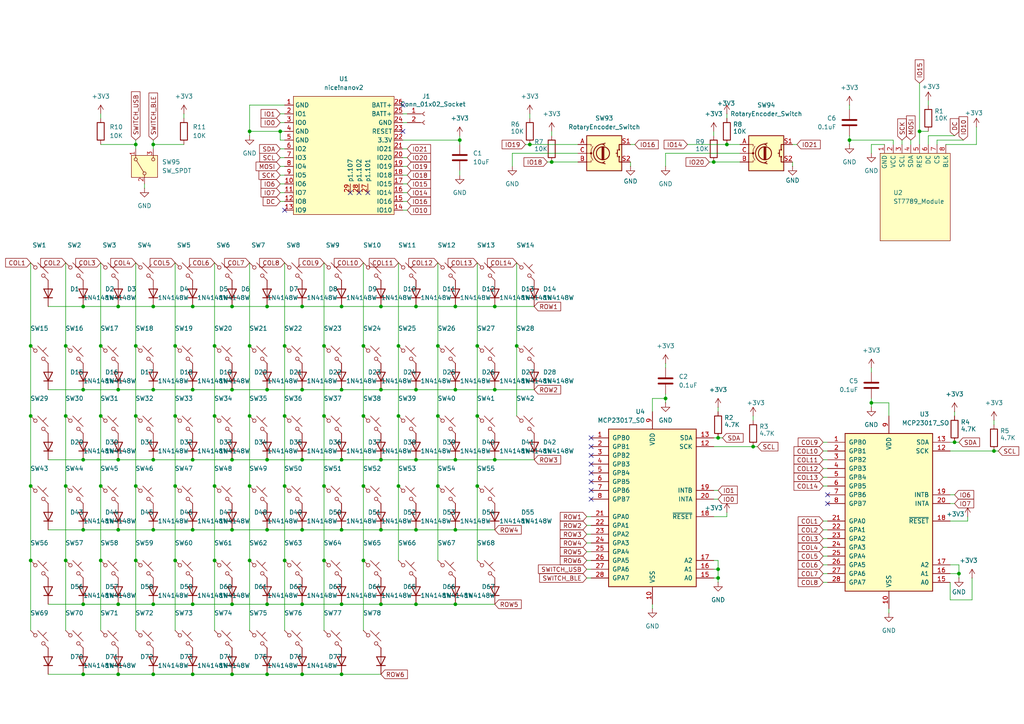
<source format=kicad_sch>
(kicad_sch (version 20250114) (generator "eeschema") (generator_version "9.0")
  (paper "A4")
  (junction (at 149.86 100.33))
  (junction (at 288.29 130.81))
  (junction (at 110.49 88.9))
  (junction (at 208.28 127))
  (junction (at 110.49 113.03))
  (junction (at 105.41 140.97))
  (junction (at 87.63 113.03))
  (junction (at 24.13 153.67))
  (junction (at 55.88 88.9))
  (junction (at 160.02 46.99))
  (junction (at 8.89 100.33))
  (junction (at 87.63 153.67))
  (junction (at 127 120.65))
  (junction (at 193.04 115.57))
  (junction (at 132.08 88.9))
  (junction (at 8.89 120.65))
  (junction (at 82.55 100.33))
  (junction (at 110.49 153.67))
  (junction (at 19.05 120.65))
  (junction (at 99.06 113.03))
  (junction (at 93.98 162.56))
  (junction (at 50.8 100.33))
  (junction (at 34.29 175.26))
  (junction (at 67.31 153.67))
  (junction (at 132.08 113.03))
  (junction (at 132.08 153.67))
  (junction (at 77.47 113.03))
  (junction (at 87.63 175.26))
  (junction (at 8.89 162.56))
  (junction (at 44.45 195.58))
  (junction (at 44.45 133.35))
  (junction (at 62.23 120.65))
  (junction (at 127 140.97))
  (junction (at 153.67 41.91))
  (junction (at 24.13 88.9))
  (junction (at 127 100.33))
  (junction (at 55.88 195.58))
  (junction (at 93.98 100.33))
  (junction (at 87.63 88.9))
  (junction (at 115.57 100.33))
  (junction (at 44.45 175.26))
  (junction (at 93.98 140.97))
  (junction (at 82.55 162.56))
  (junction (at 99.06 153.67))
  (junction (at 77.47 88.9))
  (junction (at 72.39 120.65))
  (junction (at 115.57 120.65))
  (junction (at 24.13 175.26))
  (junction (at 34.29 133.35))
  (junction (at 207.01 46.99))
  (junction (at 55.88 113.03))
  (junction (at 29.21 100.33))
  (junction (at 72.39 140.97))
  (junction (at 19.05 100.33))
  (junction (at 218.44 129.54))
  (junction (at 77.47 133.35))
  (junction (at 19.05 162.56))
  (junction (at 62.23 162.56))
  (junction (at 77.47 153.67))
  (junction (at 99.06 195.58))
  (junction (at 44.45 88.9))
  (junction (at 82.55 140.97))
  (junction (at 67.31 175.26))
  (junction (at 138.43 120.65))
  (junction (at 143.51 88.9))
  (junction (at 138.43 100.33))
  (junction (at 29.21 140.97))
  (junction (at 99.06 175.26))
  (junction (at 8.89 140.97))
  (junction (at 276.86 128.27))
  (junction (at 77.47 175.26))
  (junction (at 39.37 140.97))
  (junction (at 67.31 195.58))
  (junction (at 34.29 153.67))
  (junction (at 120.65 133.35))
  (junction (at 99.06 133.35))
  (junction (at 72.39 162.56))
  (junction (at 105.41 100.33))
  (junction (at 133.35 40.64))
  (junction (at 278.13 166.37))
  (junction (at 81.28 38.1))
  (junction (at 77.47 195.58))
  (junction (at 72.39 38.1))
  (junction (at 50.8 162.56))
  (junction (at 39.37 162.56))
  (junction (at 105.41 162.56))
  (junction (at 19.05 140.97))
  (junction (at 208.28 165.1))
  (junction (at 34.29 195.58))
  (junction (at 120.65 153.67))
  (junction (at 120.65 175.26))
  (junction (at 50.8 140.97))
  (junction (at 252.73 116.84))
  (junction (at 67.31 113.03))
  (junction (at 132.08 133.35))
  (junction (at 105.41 120.65))
  (junction (at 115.57 140.97))
  (junction (at 266.7 38.1))
  (junction (at 110.49 133.35))
  (junction (at 67.31 88.9))
  (junction (at 24.13 113.03))
  (junction (at 143.51 133.35))
  (junction (at 87.63 133.35))
  (junction (at 34.29 113.03))
  (junction (at 44.45 41.91))
  (junction (at 44.45 153.67))
  (junction (at 82.55 120.65))
  (junction (at 55.88 133.35))
  (junction (at 62.23 100.33))
  (junction (at 55.88 153.67))
  (junction (at 39.37 41.91))
  (junction (at 138.43 140.97))
  (junction (at 34.29 88.9))
  (junction (at 132.08 175.26))
  (junction (at 55.88 175.26))
  (junction (at 50.8 120.65))
  (junction (at 39.37 120.65))
  (junction (at 110.49 175.26))
  (junction (at 29.21 162.56))
  (junction (at 62.23 140.97))
  (junction (at 120.65 113.03))
  (junction (at 67.31 133.35))
  (junction (at 99.06 88.9))
  (junction (at 143.51 113.03))
  (junction (at 44.45 113.03))
  (junction (at 87.63 195.58))
  (junction (at 24.13 195.58))
  (junction (at 39.37 100.33))
  (junction (at 29.21 120.65))
  (junction (at 246.38 40.64))
  (junction (at 210.82 41.91))
  (junction (at 24.13 133.35))
  (junction (at 93.98 120.65))
  (junction (at 208.28 167.64))
  (junction (at 72.39 100.33))
  (junction (at 120.65 88.9))
  (no_connect (at 106.68 55.88))
  (no_connect (at 116.84 30.48))
  (no_connect (at 171.45 139.7))
  (no_connect (at 82.55 60.96))
  (no_connect (at 171.45 134.62))
  (no_connect (at 101.6 55.88))
  (no_connect (at 171.45 129.54))
  (no_connect (at 240.03 143.51))
  (no_connect (at 171.45 137.16))
  (no_connect (at 171.45 127))
  (no_connect (at 171.45 144.78))
  (no_connect (at 116.84 38.1))
  (no_connect (at 171.45 132.08))
  (no_connect (at 171.45 142.24))
  (no_connect (at 104.14 55.88))
  (no_connect (at 240.03 146.05))
  (wire (pts (xy 280.67 151.13) (xy 275.59 151.13)))
  (wire (pts (xy 283.21 36.83) (xy 283.21 41.91)))
  (wire (pts (xy 34.29 195.58) (xy 44.45 195.58)))
  (wire (pts (xy 99.06 133.35) (xy 110.49 133.35)))
  (wire (pts (xy 132.08 113.03) (xy 143.51 113.03)))
  (wire (pts (xy 149.86 76.2) (xy 149.86 100.33)))
  (wire (pts (xy 77.47 133.35) (xy 87.63 133.35)))
  (wire (pts (xy 41.91 53.34) (xy 41.91 54.61)))
  (wire (pts (xy 207.01 129.54) (xy 218.44 129.54)))
  (wire (pts (xy 82.55 76.2) (xy 82.55 100.33)))
  (wire (pts (xy 87.63 153.67) (xy 99.06 153.67)))
  (wire (pts (xy 170.18 167.64) (xy 171.45 167.64)))
  (wire (pts (xy 110.49 88.9) (xy 120.65 88.9)))
  (wire (pts (xy 29.21 162.56) (xy 29.21 182.88)))
  (wire (pts (xy 50.8 140.97) (xy 50.8 162.56)))
  (wire (pts (xy 170.18 154.94) (xy 171.45 154.94)))
  (wire (pts (xy 87.63 133.35) (xy 99.06 133.35)))
  (wire (pts (xy 238.76 153.67) (xy 240.03 153.67)))
  (wire (pts (xy 246.38 40.64) (xy 259.08 40.64)))
  (wire (pts (xy 55.88 88.9) (xy 67.31 88.9)))
  (wire (pts (xy 116.84 50.8) (xy 118.11 50.8)))
  (wire (pts (xy 13.97 175.26) (xy 24.13 175.26)))
  (wire (pts (xy 288.29 130.81) (xy 289.56 130.81)))
  (wire (pts (xy 24.13 113.03) (xy 34.29 113.03)))
  (wire (pts (xy 278.13 163.83) (xy 278.13 166.37)))
  (wire (pts (xy 99.06 195.58) (xy 110.49 195.58)))
  (wire (pts (xy 105.41 140.97) (xy 105.41 162.56)))
  (wire (pts (xy 148.59 44.45) (xy 148.59 48.26)))
  (wire (pts (xy 67.31 153.67) (xy 77.47 153.67)))
  (wire (pts (xy 138.43 100.33) (xy 138.43 120.65)))
  (wire (pts (xy 53.34 33.02) (xy 53.34 34.29)))
  (wire (pts (xy 238.76 161.29) (xy 240.03 161.29)))
  (wire (pts (xy 110.49 113.03) (xy 120.65 113.03)))
  (wire (pts (xy 252.73 116.84) (xy 252.73 118.11)))
  (wire (pts (xy 87.63 195.58) (xy 99.06 195.58)))
  (wire (pts (xy 133.35 40.64) (xy 133.35 39.37)))
  (wire (pts (xy 81.28 50.8) (xy 82.55 50.8)))
  (wire (pts (xy 67.31 195.58) (xy 77.47 195.58)))
  (wire (pts (xy 153.67 41.91) (xy 167.64 41.91)))
  (wire (pts (xy 238.76 138.43) (xy 240.03 138.43)))
  (wire (pts (xy 278.13 166.37) (xy 275.59 166.37)))
  (wire (pts (xy 34.29 153.67) (xy 44.45 153.67)))
  (wire (pts (xy 127 76.2) (xy 127 100.33)))
  (wire (pts (xy 259.08 40.64) (xy 259.08 41.91)))
  (wire (pts (xy 279.4 40.64) (xy 271.78 40.64)))
  (wire (pts (xy 87.63 113.03) (xy 99.06 113.03)))
  (wire (pts (xy 99.06 88.9) (xy 110.49 88.9)))
  (wire (pts (xy 274.32 41.91) (xy 283.21 41.91)))
  (wire (pts (xy 229.87 41.91) (xy 231.14 41.91)))
  (wire (pts (xy 275.59 173.99) (xy 275.59 168.91)))
  (wire (pts (xy 39.37 41.91) (xy 39.37 43.18)))
  (wire (pts (xy 143.51 133.35) (xy 154.94 133.35)))
  (wire (pts (xy 266.7 38.1) (xy 266.7 41.91)))
  (wire (pts (xy 8.89 76.2) (xy 8.89 100.33)))
  (wire (pts (xy 275.59 173.99) (xy 281.94 173.99)))
  (wire (pts (xy 238.76 130.81) (xy 240.03 130.81)))
  (wire (pts (xy 127 120.65) (xy 127 140.97)))
  (wire (pts (xy 207.01 162.56) (xy 208.28 162.56)))
  (wire (pts (xy 115.57 76.2) (xy 115.57 100.33)))
  (wire (pts (xy 133.35 50.8) (xy 133.35 49.53)))
  (wire (pts (xy 116.84 45.72) (xy 118.11 45.72)))
  (wire (pts (xy 81.28 40.64) (xy 81.28 38.1)))
  (wire (pts (xy 288.29 123.19) (xy 288.29 121.92)))
  (wire (pts (xy 207.01 149.86) (xy 210.82 149.86)))
  (wire (pts (xy 208.28 167.64) (xy 208.28 168.91)))
  (wire (pts (xy 93.98 100.33) (xy 93.98 120.65)))
  (wire (pts (xy 120.65 133.35) (xy 132.08 133.35)))
  (wire (pts (xy 50.8 100.33) (xy 50.8 120.65)))
  (wire (pts (xy 276.86 143.51) (xy 275.59 143.51)))
  (wire (pts (xy 229.87 46.99) (xy 229.87 48.26)))
  (wire (pts (xy 143.51 88.9) (xy 154.94 88.9)))
  (wire (pts (xy 29.21 76.2) (xy 29.21 100.33)))
  (wire (pts (xy 13.97 133.35) (xy 24.13 133.35)))
  (wire (pts (xy 72.39 30.48) (xy 72.39 38.1)))
  (wire (pts (xy 34.29 133.35) (xy 44.45 133.35)))
  (wire (pts (xy 19.05 140.97) (xy 19.05 162.56)))
  (wire (pts (xy 133.35 40.64) (xy 133.35 41.91)))
  (wire (pts (xy 269.24 30.48) (xy 269.24 29.21)))
  (wire (pts (xy 276.86 119.38) (xy 276.86 120.65)))
  (wire (pts (xy 13.97 113.03) (xy 24.13 113.03)))
  (wire (pts (xy 246.38 40.64) (xy 246.38 41.91)))
  (wire (pts (xy 132.08 153.67) (xy 143.51 153.67)))
  (wire (pts (xy 82.55 120.65) (xy 82.55 140.97)))
  (wire (pts (xy 39.37 76.2) (xy 39.37 100.33)))
  (wire (pts (xy 238.76 151.13) (xy 240.03 151.13)))
  (wire (pts (xy 158.75 46.99) (xy 160.02 46.99)))
  (wire (pts (xy 269.24 39.37) (xy 269.24 41.91)))
  (wire (pts (xy 120.65 113.03) (xy 132.08 113.03)))
  (wire (pts (xy 34.29 88.9) (xy 44.45 88.9)))
  (wire (pts (xy 110.49 175.26) (xy 120.65 175.26)))
  (wire (pts (xy 87.63 175.26) (xy 99.06 175.26)))
  (wire (pts (xy 8.89 162.56) (xy 8.89 182.88)))
  (wire (pts (xy 116.84 33.02) (xy 118.11 33.02)))
  (wire (pts (xy 266.7 24.13) (xy 266.7 38.1)))
  (wire (pts (xy 44.45 40.64) (xy 44.45 41.91)))
  (wire (pts (xy 77.47 153.67) (xy 87.63 153.67)))
  (wire (pts (xy 210.82 149.86) (xy 210.82 148.59)))
  (wire (pts (xy 238.76 133.35) (xy 240.03 133.35)))
  (wire (pts (xy 99.06 175.26) (xy 110.49 175.26)))
  (wire (pts (xy 115.57 100.33) (xy 115.57 120.65)))
  (wire (pts (xy 208.28 118.11) (xy 208.28 119.38)))
  (wire (pts (xy 72.39 100.33) (xy 72.39 120.65)))
  (wire (pts (xy 67.31 133.35) (xy 77.47 133.35)))
  (wire (pts (xy 72.39 120.65) (xy 72.39 140.97)))
  (wire (pts (xy 72.39 76.2) (xy 72.39 100.33)))
  (wire (pts (xy 105.41 100.33) (xy 105.41 120.65)))
  (wire (pts (xy 44.45 195.58) (xy 55.88 195.58)))
  (wire (pts (xy 170.18 149.86) (xy 171.45 149.86)))
  (wire (pts (xy 120.65 175.26) (xy 132.08 175.26)))
  (wire (pts (xy 257.81 116.84) (xy 257.81 120.65)))
  (wire (pts (xy 55.88 133.35) (xy 67.31 133.35)))
  (wire (pts (xy 238.76 128.27) (xy 240.03 128.27)))
  (wire (pts (xy 62.23 162.56) (xy 62.23 182.88)))
  (wire (pts (xy 44.45 41.91) (xy 53.34 41.91)))
  (wire (pts (xy 246.38 39.37) (xy 246.38 40.64)))
  (wire (pts (xy 105.41 76.2) (xy 105.41 100.33)))
  (wire (pts (xy 99.06 113.03) (xy 110.49 113.03)))
  (wire (pts (xy 266.7 38.1) (xy 269.24 38.1)))
  (wire (pts (xy 138.43 76.2) (xy 138.43 100.33)))
  (wire (pts (xy 24.13 195.58) (xy 34.29 195.58)))
  (wire (pts (xy 44.45 88.9) (xy 55.88 88.9)))
  (wire (pts (xy 193.04 115.57) (xy 189.23 115.57)))
  (wire (pts (xy 72.39 162.56) (xy 72.39 182.88)))
  (wire (pts (xy 138.43 120.65) (xy 138.43 140.97)))
  (wire (pts (xy 62.23 140.97) (xy 62.23 162.56)))
  (wire (pts (xy 276.86 146.05) (xy 275.59 146.05)))
  (wire (pts (xy 280.67 149.86) (xy 280.67 151.13)))
  (wire (pts (xy 276.86 128.27) (xy 278.13 128.27)))
  (wire (pts (xy 82.55 30.48) (xy 72.39 30.48)))
  (wire (pts (xy 238.76 158.75) (xy 240.03 158.75)))
  (wire (pts (xy 19.05 120.65) (xy 19.05 140.97)))
  (wire (pts (xy 67.31 113.03) (xy 77.47 113.03)))
  (wire (pts (xy 82.55 38.1) (xy 81.28 38.1)))
  (wire (pts (xy 252.73 106.68) (xy 252.73 107.95)))
  (wire (pts (xy 208.28 162.56) (xy 208.28 165.1)))
  (wire (pts (xy 39.37 100.33) (xy 39.37 120.65)))
  (wire (pts (xy 44.45 175.26) (xy 55.88 175.26)))
  (wire (pts (xy 261.62 40.64) (xy 261.62 41.91)))
  (wire (pts (xy 50.8 76.2) (xy 50.8 100.33)))
  (wire (pts (xy 153.67 33.02) (xy 153.67 34.29)))
  (wire (pts (xy 193.04 105.41) (xy 193.04 106.68)))
  (wire (pts (xy 81.28 33.02) (xy 82.55 33.02)))
  (wire (pts (xy 93.98 120.65) (xy 93.98 140.97)))
  (wire (pts (xy 257.81 176.53) (xy 257.81 177.8)))
  (wire (pts (xy 193.04 44.45) (xy 193.04 48.26)))
  (wire (pts (xy 105.41 162.56) (xy 105.41 182.88)))
  (wire (pts (xy 24.13 88.9) (xy 34.29 88.9)))
  (wire (pts (xy 238.76 166.37) (xy 240.03 166.37)))
  (wire (pts (xy 67.31 175.26) (xy 77.47 175.26)))
  (wire (pts (xy 193.04 114.3) (xy 193.04 115.57)))
  (wire (pts (xy 160.02 46.99) (xy 167.64 46.99)))
  (wire (pts (xy 13.97 153.67) (xy 24.13 153.67)))
  (wire (pts (xy 19.05 162.56) (xy 19.05 182.88)))
  (wire (pts (xy 199.39 41.91) (xy 210.82 41.91)))
  (wire (pts (xy 281.94 173.99) (xy 281.94 167.64)))
  (wire (pts (xy 238.76 168.91) (xy 240.03 168.91)))
  (wire (pts (xy 116.84 60.96) (xy 118.11 60.96)))
  (wire (pts (xy 264.16 40.64) (xy 264.16 41.91)))
  (wire (pts (xy 207.01 144.78) (xy 208.28 144.78)))
  (wire (pts (xy 29.21 33.02) (xy 29.21 34.29)))
  (wire (pts (xy 276.86 39.37) (xy 269.24 39.37)))
  (wire (pts (xy 116.84 40.64) (xy 133.35 40.64)))
  (wire (pts (xy 275.59 130.81) (xy 288.29 130.81)))
  (wire (pts (xy 275.59 128.27) (xy 276.86 128.27)))
  (wire (pts (xy 110.49 153.67) (xy 120.65 153.67)))
  (wire (pts (xy 205.74 46.99) (xy 207.01 46.99)))
  (wire (pts (xy 182.88 41.91) (xy 184.15 41.91)))
  (wire (pts (xy 67.31 88.9) (xy 77.47 88.9)))
  (wire (pts (xy 210.82 33.02) (xy 210.82 34.29)))
  (wire (pts (xy 193.04 115.57) (xy 193.04 116.84)))
  (wire (pts (xy 252.73 115.57) (xy 252.73 116.84)))
  (wire (pts (xy 77.47 88.9) (xy 87.63 88.9)))
  (wire (pts (xy 55.88 113.03) (xy 67.31 113.03)))
  (wire (pts (xy 81.28 55.88) (xy 82.55 55.88)))
  (wire (pts (xy 252.73 116.84) (xy 257.81 116.84)))
  (wire (pts (xy 207.01 142.24) (xy 208.28 142.24)))
  (wire (pts (xy 50.8 120.65) (xy 50.8 140.97)))
  (wire (pts (xy 24.13 133.35) (xy 34.29 133.35)))
  (wire (pts (xy 82.55 40.64) (xy 81.28 40.64)))
  (wire (pts (xy 167.64 44.45) (xy 148.59 44.45)))
  (wire (pts (xy 115.57 120.65) (xy 115.57 140.97)))
  (wire (pts (xy 44.45 133.35) (xy 55.88 133.35)))
  (wire (pts (xy 39.37 40.64) (xy 39.37 41.91)))
  (wire (pts (xy 77.47 195.58) (xy 87.63 195.58)))
  (wire (pts (xy 62.23 120.65) (xy 62.23 140.97)))
  (wire (pts (xy 208.28 127) (xy 209.55 127)))
  (wire (pts (xy 238.76 156.21) (xy 240.03 156.21)))
  (wire (pts (xy 44.45 41.91) (xy 44.45 43.18)))
  (wire (pts (xy 116.84 55.88) (xy 118.11 55.88)))
  (wire (pts (xy 81.28 35.56) (xy 82.55 35.56)))
  (wire (pts (xy 116.84 48.26) (xy 118.11 48.26)))
  (wire (pts (xy 39.37 120.65) (xy 39.37 140.97)))
  (wire (pts (xy 138.43 140.97) (xy 138.43 162.56)))
  (wire (pts (xy 8.89 140.97) (xy 8.89 162.56)))
  (wire (pts (xy 214.63 44.45) (xy 193.04 44.45)))
  (wire (pts (xy 278.13 167.64) (xy 278.13 166.37)))
  (wire (pts (xy 77.47 113.03) (xy 87.63 113.03)))
  (wire (pts (xy 29.21 120.65) (xy 29.21 140.97)))
  (wire (pts (xy 120.65 153.67) (xy 132.08 153.67)))
  (wire (pts (xy 81.28 48.26) (xy 82.55 48.26)))
  (wire (pts (xy 24.13 175.26) (xy 34.29 175.26)))
  (wire (pts (xy 29.21 41.91) (xy 39.37 41.91)))
  (wire (pts (xy 81.28 38.1) (xy 72.39 38.1)))
  (wire (pts (xy 132.08 88.9) (xy 143.51 88.9)))
  (wire (pts (xy 72.39 38.1) (xy 72.39 39.37)))
  (wire (pts (xy 116.84 53.34) (xy 118.11 53.34)))
  (wire (pts (xy 207.01 38.1) (xy 207.01 39.37)))
  (wire (pts (xy 110.49 133.35) (xy 120.65 133.35)))
  (wire (pts (xy 50.8 162.56) (xy 50.8 182.88)))
  (wire (pts (xy 81.28 45.72) (xy 82.55 45.72)))
  (wire (pts (xy 152.4 41.91) (xy 153.67 41.91)))
  (wire (pts (xy 246.38 30.48) (xy 246.38 31.75)))
  (wire (pts (xy 189.23 115.57) (xy 189.23 119.38)))
  (wire (pts (xy 82.55 140.97) (xy 82.55 162.56)))
  (wire (pts (xy 208.28 165.1) (xy 208.28 167.64)))
  (wire (pts (xy 93.98 140.97) (xy 93.98 162.56)))
  (wire (pts (xy 170.18 160.02) (xy 171.45 160.02)))
  (wire (pts (xy 82.55 162.56) (xy 82.55 182.88)))
  (wire (pts (xy 62.23 76.2) (xy 62.23 100.33)))
  (wire (pts (xy 87.63 88.9) (xy 99.06 88.9)))
  (wire (pts (xy 218.44 121.92) (xy 218.44 120.65)))
  (wire (pts (xy 44.45 153.67) (xy 55.88 153.67)))
  (wire (pts (xy 207.01 167.64) (xy 208.28 167.64)))
  (wire (pts (xy 278.13 163.83) (xy 275.59 163.83)))
  (wire (pts (xy 55.88 175.26) (xy 67.31 175.26)))
  (wire (pts (xy 238.76 135.89) (xy 240.03 135.89)))
  (wire (pts (xy 149.86 100.33) (xy 149.86 120.65)))
  (wire (pts (xy 127 140.97) (xy 127 162.56)))
  (wire (pts (xy 189.23 175.26) (xy 189.23 176.53)))
  (wire (pts (xy 210.82 41.91) (xy 214.63 41.91)))
  (wire (pts (xy 13.97 88.9) (xy 24.13 88.9)))
  (wire (pts (xy 13.97 195.58) (xy 24.13 195.58)))
  (wire (pts (xy 132.08 133.35) (xy 143.51 133.35)))
  (wire (pts (xy 62.23 100.33) (xy 62.23 120.65)))
  (wire (pts (xy 207.01 46.99) (xy 214.63 46.99)))
  (wire (pts (xy 115.57 140.97) (xy 115.57 162.56)))
  (wire (pts (xy 218.44 129.54) (xy 219.71 129.54)))
  (wire (pts (xy 252.73 41.91) (xy 256.54 41.91)))
  (wire (pts (xy 81.28 43.18) (xy 82.55 43.18)))
  (wire (pts (xy 160.02 38.1) (xy 160.02 39.37)))
  (wire (pts (xy 170.18 157.48) (xy 171.45 157.48)))
  (wire (pts (xy 120.65 88.9) (xy 132.08 88.9)))
  (wire (pts (xy 19.05 76.2) (xy 19.05 100.33)))
  (wire (pts (xy 19.05 100.33) (xy 19.05 120.65)))
  (wire (pts (xy 238.76 140.97) (xy 240.03 140.97)))
  (wire (pts (xy 127 100.33) (xy 127 120.65)))
  (wire (pts (xy 252.73 41.91) (xy 252.73 44.45)))
  (wire (pts (xy 207.01 127) (xy 208.28 127)))
  (wire (pts (xy 116.84 58.42) (xy 118.11 58.42)))
  (wire (pts (xy 116.84 43.18) (xy 118.11 43.18)))
  (wire (pts (xy 81.28 58.42) (xy 82.55 58.42)))
  (wire (pts (xy 81.28 53.34) (xy 82.55 53.34)))
  (wire (pts (xy 34.29 175.26) (xy 44.45 175.26)))
  (wire (pts (xy 93.98 162.56) (xy 93.98 182.88)))
  (wire (pts (xy 72.39 140.97) (xy 72.39 162.56)))
  (wire (pts (xy 55.88 153.67) (xy 67.31 153.67)))
  (wire (pts (xy 44.45 113.03) (xy 55.88 113.03)))
  (wire (pts (xy 132.08 175.26) (xy 143.51 175.26)))
  (wire (pts (xy 271.78 40.64) (xy 271.78 41.91)))
  (wire (pts (xy 8.89 100.33) (xy 8.89 120.65)))
  (wire (pts (xy 82.55 100.33) (xy 82.55 120.65)))
  (wire (pts (xy 116.84 35.56) (xy 118.11 35.56)))
  (wire (pts (xy 99.06 153.67) (xy 110.49 153.67)))
  (wire (pts (xy 93.98 76.2) (xy 93.98 100.33)))
  (wire (pts (xy 105.41 120.65) (xy 105.41 140.97)))
  (wire (pts (xy 170.18 152.4) (xy 171.45 152.4)))
  (wire (pts (xy 8.89 120.65) (xy 8.89 140.97)))
  (wire (pts (xy 207.01 165.1) (xy 208.28 165.1)))
  (wire (pts (xy 182.88 46.99) (xy 182.88 48.26)))
  (wire (pts (xy 24.13 153.67) (xy 34.29 153.67)))
  (wire (pts (xy 29.21 140.97) (xy 29.21 162.56)))
  (wire (pts (xy 29.21 100.33) (xy 29.21 120.65)))
  (wire (pts (xy 34.29 113.03) (xy 44.45 113.03)))
  (wire (pts (xy 170.18 162.56) (xy 171.45 162.56)))
  (wire (pts (xy 39.37 162.56) (xy 39.37 182.88)))
  (wire (pts (xy 55.88 195.58) (xy 67.31 195.58)))
  (wire (pts (xy 143.51 113.03) (xy 154.94 113.03)))
  (wire (pts (xy 39.37 140.97) (xy 39.37 162.56)))
  (wire (pts (xy 77.47 175.26) (xy 87.63 175.26)))
  (wire (pts (xy 238.76 163.83) (xy 240.03 163.83)))
  (wire (pts (xy 170.18 165.1) (xy 171.45 165.1)))
  (global_label "COL3" (shape input) (at 238.76 156.21 180) (property "Intersheetrefs" "${INTERSHEET_REFS}" (effects (hide yes))))
  (global_label "COL13" (shape input) (at 138.43 76.2 180) (property "Intersheetrefs" "${INTERSHEET_REFS}" (effects (hide yes))))
  (global_label "MOSI" (shape input) (at 264.16 40.64 90) (property "Intersheetrefs" "${INTERSHEET_REFS}" (effects (hide yes))))
  (global_label "COL6" (shape input) (at 238.76 163.83 180) (property "Intersheetrefs" "${INTERSHEET_REFS}" (effects (hide yes))))
  (global_label "SDA" (shape input) (at 209.55 127 0) (property "Intersheetrefs" "${INTERSHEET_REFS}" (effects (hide yes))))
  (global_label "IO14" (shape input) (at 118.11 55.88 0) (property "Intersheetrefs" "${INTERSHEET_REFS}" (effects (hide yes))))
  (global_label "IO14" (shape input) (at 199.39 41.91 180) (property "Intersheetrefs" "${INTERSHEET_REFS}" (effects (hide yes))))
  (global_label "IO15" (shape input) (at 266.7 24.13 90) (property "Intersheetrefs" "${INTERSHEET_REFS}" (effects (hide yes))))
  (global_label "IO6" (shape input) (at 276.86 143.51 0) (property "Intersheetrefs" "${INTERSHEET_REFS}" (effects (hide yes))))
  (global_label "IO7" (shape input) (at 81.28 55.88 180) (property "Intersheetrefs" "${INTERSHEET_REFS}" (effects (hide yes))))
  (global_label "COL5" (shape input) (at 238.76 161.29 180) (property "Intersheetrefs" "${INTERSHEET_REFS}" (effects (hide yes))))
  (global_label "SWITCH_USB" (shape input) (at 39.37 40.64 90) (property "Intersheetrefs" "${INTERSHEET_REFS}" (effects (hide yes))))
  (global_label "COL13" (shape input) (at 238.76 138.43 180) (property "Intersheetrefs" "${INTERSHEET_REFS}" (effects (hide yes))))
  (global_label "COL14" (shape input) (at 149.86 76.2 180) (property "Intersheetrefs" "${INTERSHEET_REFS}" (effects (hide yes))))
  (global_label "COL10" (shape input) (at 238.76 130.81 180) (property "Intersheetrefs" "${INTERSHEET_REFS}" (effects (hide yes))))
  (global_label "MOSI" (shape input) (at 81.28 48.26 180) (property "Intersheetrefs" "${INTERSHEET_REFS}" (effects (hide yes))))
  (global_label "ROW1" (shape input) (at 154.94 88.9 0) (property "Intersheetrefs" "${INTERSHEET_REFS}" (effects (hide yes))))
  (global_label "COL6" (shape input) (at 62.23 76.2 180) (property "Intersheetrefs" "${INTERSHEET_REFS}" (effects (hide yes))))
  (global_label "ROW3" (shape input) (at 154.94 133.35 0) (property "Intersheetrefs" "${INTERSHEET_REFS}" (effects (hide yes))))
  (global_label "SCL" (shape input) (at 81.28 45.72 180) (property "Intersheetrefs" "${INTERSHEET_REFS}" (effects (hide yes))))
  (global_label "IO19" (shape input) (at 118.11 48.26 0) (property "Intersheetrefs" "${INTERSHEET_REFS}" (effects (hide yes))))
  (global_label "COL11" (shape input) (at 238.76 133.35 180) (property "Intersheetrefs" "${INTERSHEET_REFS}" (effects (hide yes))))
  (global_label "ROW4" (shape input) (at 143.51 153.67 0) (property "Intersheetrefs" "${INTERSHEET_REFS}" (effects (hide yes))))
  (global_label "ROW6" (shape input) (at 170.18 162.56 180) (property "Intersheetrefs" "${INTERSHEET_REFS}" (effects (hide yes))))
  (global_label "SDA" (shape input) (at 278.13 128.27 0) (property "Intersheetrefs" "${INTERSHEET_REFS}" (effects (hide yes))))
  (global_label "COL5" (shape input) (at 50.8 76.2 180) (property "Intersheetrefs" "${INTERSHEET_REFS}" (effects (hide yes))))
  (global_label "IO6" (shape input) (at 81.28 53.34 180) (property "Intersheetrefs" "${INTERSHEET_REFS}" (effects (hide yes))))
  (global_label "ROW4" (shape input) (at 170.18 157.48 180) (property "Intersheetrefs" "${INTERSHEET_REFS}" (effects (hide yes))))
  (global_label "SWITCH_USB" (shape input) (at 170.18 165.1 180) (property "Intersheetrefs" "${INTERSHEET_REFS}" (effects (hide yes))))
  (global_label "ROW5" (shape input) (at 143.51 175.26 0) (property "Intersheetrefs" "${INTERSHEET_REFS}" (effects (hide yes))))
  (global_label "COL2" (shape input) (at 238.76 153.67 180) (property "Intersheetrefs" "${INTERSHEET_REFS}" (effects (hide yes))))
  (global_label "COL1" (shape input) (at 238.76 151.13 180) (property "Intersheetrefs" "${INTERSHEET_REFS}" (effects (hide yes))))
  (global_label "SWITCH_BLE" (shape input) (at 170.18 167.64 180) (property "Intersheetrefs" "${INTERSHEET_REFS}" (effects (hide yes))))
  (global_label "IO0" (shape input) (at 208.28 144.78 0) (property "Intersheetrefs" "${INTERSHEET_REFS}" (effects (hide yes))))
  (global_label "IO7" (shape input) (at 276.86 146.05 0) (property "Intersheetrefs" "${INTERSHEET_REFS}" (effects (hide yes))))
  (global_label "IO21" (shape input) (at 118.11 43.18 0) (property "Intersheetrefs" "${INTERSHEET_REFS}" (effects (hide yes))))
  (global_label "SDA" (shape input) (at 81.28 43.18 180) (property "Intersheetrefs" "${INTERSHEET_REFS}" (effects (hide yes))))
  (global_label "ROW2" (shape input) (at 170.18 152.4 180) (property "Intersheetrefs" "${INTERSHEET_REFS}" (effects (hide yes))))
  (global_label "COL8" (shape input) (at 82.55 76.2 180) (property "Intersheetrefs" "${INTERSHEET_REFS}" (effects (hide yes))))
  (global_label "IO16" (shape input) (at 184.15 41.91 0) (property "Intersheetrefs" "${INTERSHEET_REFS}" (effects (hide yes))))
  (global_label "IO15" (shape input) (at 118.11 53.34 0) (property "Intersheetrefs" "${INTERSHEET_REFS}" (effects (hide yes))))
  (global_label "COL11" (shape input) (at 115.57 76.2 180) (property "Intersheetrefs" "${INTERSHEET_REFS}" (effects (hide yes))))
  (global_label "IO19" (shape input) (at 152.4 41.91 180) (property "Intersheetrefs" "${INTERSHEET_REFS}" (effects (hide yes))))
  (global_label "IO10" (shape input) (at 279.4 40.64 90) (property "Intersheetrefs" "${INTERSHEET_REFS}" (effects (hide yes))))
  (global_label "ROW2" (shape input) (at 154.94 113.03 0) (property "Intersheetrefs" "${INTERSHEET_REFS}" (effects (hide yes))))
  (global_label "SCL" (shape input) (at 219.71 129.54 0) (property "Intersheetrefs" "${INTERSHEET_REFS}" (effects (hide yes))))
  (global_label "COL12" (shape input) (at 127 76.2 180) (property "Intersheetrefs" "${INTERSHEET_REFS}" (effects (hide yes))))
  (global_label "IO20" (shape input) (at 205.74 46.99 180) (property "Intersheetrefs" "${INTERSHEET_REFS}" (effects (hide yes))))
  (global_label "COL3" (shape input) (at 29.21 76.2 180) (property "Intersheetrefs" "${INTERSHEET_REFS}" (effects (hide yes))))
  (global_label "IO0" (shape input) (at 81.28 35.56 180) (property "Intersheetrefs" "${INTERSHEET_REFS}" (effects (hide yes))))
  (global_label "SWITCH_BLE" (shape input) (at 44.45 40.64 90) (property "Intersheetrefs" "${INTERSHEET_REFS}" (effects (hide yes))))
  (global_label "IO21" (shape input) (at 231.14 41.91 0) (property "Intersheetrefs" "${INTERSHEET_REFS}" (effects (hide yes))))
  (global_label "IO20" (shape input) (at 118.11 45.72 0) (property "Intersheetrefs" "${INTERSHEET_REFS}" (effects (hide yes))))
  (global_label "IO18" (shape input) (at 158.75 46.99 180) (property "Intersheetrefs" "${INTERSHEET_REFS}" (effects (hide yes))))
  (global_label "COL7" (shape input) (at 238.76 166.37 180) (property "Intersheetrefs" "${INTERSHEET_REFS}" (effects (hide yes))))
  (global_label "ROW5" (shape input) (at 170.18 160.02 180) (property "Intersheetrefs" "${INTERSHEET_REFS}" (effects (hide yes))))
  (global_label "COL8" (shape input) (at 238.76 168.91 180) (property "Intersheetrefs" "${INTERSHEET_REFS}" (effects (hide yes))))
  (global_label "COL4" (shape input) (at 39.37 76.2 180) (property "Intersheetrefs" "${INTERSHEET_REFS}" (effects (hide yes))))
  (global_label "COL7" (shape input) (at 72.39 76.2 180) (property "Intersheetrefs" "${INTERSHEET_REFS}" (effects (hide yes))))
  (global_label "IO10" (shape input) (at 118.11 60.96 0) (property "Intersheetrefs" "${INTERSHEET_REFS}" (effects (hide yes))))
  (global_label "ROW3" (shape input) (at 170.18 154.94 180) (property "Intersheetrefs" "${INTERSHEET_REFS}" (effects (hide yes))))
  (global_label "SCK" (shape input) (at 81.28 50.8 180) (property "Intersheetrefs" "${INTERSHEET_REFS}" (effects (hide yes))))
  (global_label "DC" (shape input) (at 81.28 58.42 180) (property "Intersheetrefs" "${INTERSHEET_REFS}" (effects (hide yes))))
  (global_label "COL14" (shape input) (at 238.76 140.97 180) (property "Intersheetrefs" "${INTERSHEET_REFS}" (effects (hide yes))))
  (global_label "SCK" (shape input) (at 261.62 40.64 90) (property "Intersheetrefs" "${INTERSHEET_REFS}" (effects (hide yes))))
  (global_label "IO18" (shape input) (at 118.11 50.8 0) (property "Intersheetrefs" "${INTERSHEET_REFS}" (effects (hide yes))))
  (global_label "COL12" (shape input) (at 238.76 135.89 180) (property "Intersheetrefs" "${INTERSHEET_REFS}" (effects (hide yes))))
  (global_label "COL9" (shape input) (at 238.76 128.27 180) (property "Intersheetrefs" "${INTERSHEET_REFS}" (effects (hide yes))))
  (global_label "ROW6" (shape input) (at 110.49 195.58 0) (property "Intersheetrefs" "${INTERSHEET_REFS}" (effects (hide yes))))
  (global_label "COL9" (shape input) (at 93.98 76.2 180) (property "Intersheetrefs" "${INTERSHEET_REFS}" (effects (hide yes))))
  (global_label "IO1" (shape input) (at 208.28 142.24 0) (property "Intersheetrefs" "${INTERSHEET_REFS}" (effects (hide yes))))
  (global_label "COL4" (shape input) (at 238.76 158.75 180) (property "Intersheetrefs" "${INTERSHEET_REFS}" (effects (hide yes))))
  (global_label "IO16" (shape input) (at 118.11 58.42 0) (property "Intersheetrefs" "${INTERSHEET_REFS}" (effects (hide yes))))
  (global_label "SCL" (shape input) (at 289.56 130.81 0) (property "Intersheetrefs" "${INTERSHEET_REFS}" (effects (hide yes))))
  (global_label "IO1" (shape input) (at 81.28 33.02 180) (property "Intersheetrefs" "${INTERSHEET_REFS}" (effects (hide yes))))
  (global_label "COL10" (shape input) (at 105.41 76.2 180) (property "Intersheetrefs" "${INTERSHEET_REFS}" (effects (hide yes))))
  (global_label "ROW1" (shape input) (at 170.18 149.86 180) (property "Intersheetrefs" "${INTERSHEET_REFS}" (effects (hide yes))))
  (global_label "DC" (shape input) (at 276.86 39.37 90) (property "Intersheetrefs" "${INTERSHEET_REFS}" (effects (hide yes))))
  (global_label "COL1" (shape input) (at 8.89 76.2 180) (property "Intersheetrefs" "${INTERSHEET_REFS}" (effects (hide yes))))
  (global_label "COL2" (shape input) (at 19.05 76.2 180) (property "Intersheetrefs" "${INTERSHEET_REFS}" (effects (hide yes))))
  (symbol (lib_id "Interface_Expansion:MCP23017_SO") (at 257.81 148.59 0) (mirror y) (unit 1)
    (property "Reference" "U3" (at 269.494 120.142 0) (effects (justify left)))
    (property "Value" "MCP23017_SO" (at 275.336 122.682 0) (effects (justify left)))
    (property "Footprint" "Package_SO:SOIC-28W_7.5x17.9mm_P1.27mm" (effects (hide yes)))
    (property "Datasheet" "https://ww1.microchip.com/downloads/aemDocuments/documents/APID/ProductDocuments/DataSheets/MCP23017-Data-Sheet-DS20001952.pdf" (effects (hide yes)))
    (property "Description" "16-bit I/O expander, I2C, interrupts, w pull-ups, GPA/B7 output only (https://microchip.my.site.com/s/article/GPA7---GPB7-Cannot-Be-Used-as-Inputs-In-MCP23017),  SOIC-28" (effects (hide yes)))
  )
  (symbol (lib_id "Diode:1N4148W") (at 34.29 171.45 90) (unit 1)
    (property "Reference" "D58" (at 40.64 170.1799 90) (effects (justify right)))
    (property "Value" "1N4148W" (at 45.72 172.7199 90) (effects (justify right)))
    (property "Footprint" "Diode_SMD:D_SOD-123" (effects (hide yes)))
    (property "Datasheet" "https://www.vishay.com/docs/85748/1n4148w.pdf" (effects (hide yes)))
    (property "Description" "75V 0.15A Fast Switching Diode, SOD-123" (effects (hide yes)))
    (property "Sim.Device" "D" (effects (hide yes)))
    (property "Sim.Pins" "1=K 2=A" (effects (hide yes)))
  )
  (symbol (lib_id "Switch:SW_Push_45deg") (at 41.91 165.1 0) (unit 1)
    (property "Reference" "SW59" (at 41.91 157.48 0))
    (property "Value" "SW_Push_45deg" (effects (hide yes)))
    (property "Footprint" "Kailh_PG1353_Hotswap:Kailh-PG1353-Hotswap-1U" (effects (hide yes)))
    (property "Description" "Push button switch, normally open, two pins, 45° tilted" (effects (hide yes)))
  )
  (symbol (lib_id "Switch:SW_Push_45deg") (at 31.75 185.42 0) (unit 1)
    (property "Reference" "SW71" (at 31.75 177.8 0))
    (property "Value" "SW_Push_45deg" (effects (hide yes)))
    (property "Footprint" "Kailh_PG1353_Hotswap:Kailh-PG1353-Hotswap-1.25U" (effects (hide yes)))
    (property "Description" "Push button switch, normally open, two pins, 45° tilted" (effects (hide yes)))
  )
  (symbol (lib_id "Diode:1N4148W") (at 67.31 191.77 90) (unit 1)
    (property "Reference" "D75" (at 73.66 190.4999 90) (effects (justify right)))
    (property "Value" "1N4148W" (at 77.47 193.0399 90) (effects (justify right)))
    (property "Footprint" "Diode_SMD:D_SOD-123" (effects (hide yes)))
    (property "Datasheet" "https://www.vishay.com/docs/85748/1n4148w.pdf" (effects (hide yes)))
    (property "Description" "75V 0.15A Fast Switching Diode, SOD-123" (effects (hide yes)))
    (property "Sim.Device" "D" (effects (hide yes)))
    (property "Sim.Pins" "1=K 2=A" (effects (hide yes)))
  )
  (symbol (lib_id "Switch:SW_Push_45deg") (at 74.93 78.74 0) (unit 1)
    (property "Reference" "SW7" (at 74.93 71.12 0))
    (property "Value" "SW_Push_45deg" (effects (hide yes)))
    (property "Footprint" "Kailh_PG1353_Hotswap:Kailh-PG1353-Hotswap-1U" (effects (hide yes)))
    (property "Description" "Push button switch, normally open, two pins, 45° tilted" (effects (hide yes)))
  )
  (symbol (lib_id "Switch:SW_Push_45deg") (at 21.59 143.51 0) (unit 1)
    (property "Reference" "SW44" (at 21.59 135.89 0))
    (property "Value" "SW_Push_45deg" (effects (hide yes)))
    (property "Footprint" "Kailh_PG1353_Hotswap:Kailh-PG1353-Hotswap-1U" (effects (hide yes)))
    (property "Description" "Push button switch, normally open, two pins, 45° tilted" (effects (hide yes)))
  )
  (symbol (lib_id "power:+3V3") (at 210.82 33.02 0) (mirror y) (unit 1)
    (property "Reference" "#PWR033" (effects (hide yes)))
    (property "Value" "+3V3" (at 210.566 29.972 0))
    (property "Description" "Power symbol creates a global label with name \"+3V3\"" (effects (hide yes)))
  )
  (symbol (lib_id "Switch:SW_Push_45deg") (at 11.43 165.1 0) (unit 1)
    (property "Reference" "SW56" (at 11.43 157.48 0))
    (property "Value" "SW_Push_45deg" (effects (hide yes)))
    (property "Footprint" "Kailh_PG1353_Hotswap:Kailh-PG1353-Hotswap-2.25U" (effects (hide yes)))
    (property "Description" "Push button switch, normally open, two pins, 45° tilted" (effects (hide yes)))
  )
  (symbol (lib_id "Diode:1N4148W") (at 77.47 85.09 90) (unit 1)
    (property "Reference" "D7" (at 83.82 83.8199 90) (effects (justify right)))
    (property "Value" "1N4148W" (at 88.9 86.3599 90) (effects (justify right)))
    (property "Footprint" "Diode_SMD:D_SOD-123" (effects (hide yes)))
    (property "Datasheet" "https://www.vishay.com/docs/85748/1n4148w.pdf" (effects (hide yes)))
    (property "Description" "75V 0.15A Fast Switching Diode, SOD-123" (effects (hide yes)))
    (property "Sim.Device" "D" (effects (hide yes)))
    (property "Sim.Pins" "1=K 2=A" (effects (hide yes)))
  )
  (symbol (lib_id "Diode:1N4148W") (at 44.45 149.86 90) (unit 1)
    (property "Reference" "D46" (at 52.07 148.5899 90) (effects (justify right)))
    (property "Value" "1N4148W" (at 57.15 151.1299 90) (effects (justify right)))
    (property "Footprint" "Diode_SMD:D_SOD-123" (effects (hide yes)))
    (property "Datasheet" "https://www.vishay.com/docs/85748/1n4148w.pdf" (effects (hide yes)))
    (property "Description" "75V 0.15A Fast Switching Diode, SOD-123" (effects (hide yes)))
    (property "Sim.Device" "D" (effects (hide yes)))
    (property "Sim.Pins" "1=K 2=A" (effects (hide yes)))
  )
  (symbol (lib_id "Switch:SW_Push_45deg") (at 107.95 185.42 0) (unit 1)
    (property "Reference" "SW78" (at 107.95 177.8 0))
    (property "Value" "SW_Push_45deg" (effects (hide yes)))
    (property "Footprint" "Kailh_PG1353_Hotswap:Kailh-PG1353-Hotswap-1U" (effects (hide yes)))
    (property "Description" "Push button switch, normally open, two pins, 45° tilted" (effects (hide yes)))
  )
  (symbol (lib_id "Switch:SW_Push_45deg") (at 21.59 185.42 0) (unit 1)
    (property "Reference" "SW70" (at 21.59 177.8 0))
    (property "Value" "SW_Push_45deg" (effects (hide yes)))
    (property "Footprint" "Kailh_PG1353_Hotswap:Kailh-PG1353-Hotswap-1.25U" (effects (hide yes)))
    (property "Description" "Push button switch, normally open, two pins, 45° tilted" (effects (hide yes)))
  )
  (symbol (lib_id "power:+3V3") (at 208.28 118.11 0) (mirror y) (unit 1)
    (property "Reference" "#PWR027" (effects (hide yes)))
    (property "Value" "+3V3" (at 208.28 113.03 0))
    (property "Description" "Power symbol creates a global label with name \"+3V3\"" (effects (hide yes)))
  )
  (symbol (lib_id "Switch:SW_Push_45deg") (at 74.93 143.51 0) (unit 1)
    (property "Reference" "SW49" (at 74.93 135.89 0))
    (property "Value" "SW_Push_45deg" (effects (hide yes)))
    (property "Footprint" "Kailh_PG1353_Hotswap:Kailh-PG1353-Hotswap-1U" (effects (hide yes)))
    (property "Description" "Push button switch, normally open, two pins, 45° tilted" (effects (hide yes)))
  )
  (symbol (lib_id "Device:C") (at 246.38 35.56 0) (mirror y) (unit 1)
    (property "Reference" "C6" (at 242.57 34.2899 0) (effects (justify left)))
    (property "Value" "0.1uF" (at 242.57 36.8299 0) (effects (justify left)))
    (property "Footprint" "Capacitor_SMD:C_0603_1608Metric" (effects (hide yes)))
    (property "Description" "Unpolarized capacitor" (effects (hide yes)))
  )
  (symbol (lib_id "Device:R") (at 218.44 125.73 0) (unit 1)
    (property "Reference" "R3" (at 220.218 123.698 0) (effects (justify left)))
    (property "Value" "4.7K" (at 220.218 125.73 0) (effects (justify left)))
    (property "Footprint" "Resistor_SMD:R_0603_1608Metric" (effects (hide yes)))
    (property "Description" "Resistor" (effects (hide yes)))
  )
  (symbol (lib_id "Switch:SW_Push_45deg") (at 41.91 78.74 0) (unit 1)
    (property "Reference" "SW4" (at 41.91 71.12 0))
    (property "Value" "SW_Push_45deg" (effects (hide yes)))
    (property "Footprint" "Kailh_PG1353_Hotswap:Kailh-PG1353-Hotswap-1U" (effects (hide yes)))
    (property "Description" "Push button switch, normally open, two pins, 45° tilted" (effects (hide yes)))
  )
  (symbol (lib_id "Diode:1N4148W") (at 13.97 149.86 90) (unit 1)
    (property "Reference" "D43" (at 20.32 148.5899 90) (effects (justify right)))
    (property "Value" "1N4148W" (at 24.13 151.1299 90) (effects (justify right)))
    (property "Footprint" "Diode_SMD:D_SOD-123" (effects (hide yes)))
    (property "Datasheet" "https://www.vishay.com/docs/85748/1n4148w.pdf" (effects (hide yes)))
    (property "Description" "75V 0.15A Fast Switching Diode, SOD-123" (effects (hide yes)))
    (property "Sim.Device" "D" (effects (hide yes)))
    (property "Sim.Pins" "1=K 2=A" (effects (hide yes)))
  )
  (symbol (lib_id "Diode:1N4148W") (at 120.65 85.09 90) (unit 1)
    (property "Reference" "D11" (at 128.27 83.8199 90) (effects (justify right)))
    (property "Value" "1N4148W" (at 133.35 86.3599 90) (effects (justify right)))
    (property "Footprint" "Diode_SMD:D_SOD-123" (effects (hide yes)))
    (property "Datasheet" "https://www.vishay.com/docs/85748/1n4148w.pdf" (effects (hide yes)))
    (property "Description" "75V 0.15A Fast Switching Diode, SOD-123" (effects (hide yes)))
    (property "Sim.Device" "D" (effects (hide yes)))
    (property "Sim.Pins" "1=K 2=A" (effects (hide yes)))
  )
  (symbol (lib_id "Diode:1N4148W") (at 87.63 85.09 90) (unit 1)
    (property "Reference" "D8" (at 95.25 83.8199 90) (effects (justify right)))
    (property "Value" "1N4148W" (at 100.33 86.3599 90) (effects (justify right)))
    (property "Footprint" "Diode_SMD:D_SOD-123" (effects (hide yes)))
    (property "Datasheet" "https://www.vishay.com/docs/85748/1n4148w.pdf" (effects (hide yes)))
    (property "Description" "75V 0.15A Fast Switching Diode, SOD-123" (effects (hide yes)))
    (property "Sim.Device" "D" (effects (hide yes)))
    (property "Sim.Pins" "1=K 2=A" (effects (hide yes)))
  )
  (symbol (lib_id "Switch:SW_Push_45deg") (at 21.59 123.19 0) (unit 1)
    (property "Reference" "SW30" (at 21.59 115.57 0))
    (property "Value" "SW_Push_45deg" (effects (hide yes)))
    (property "Footprint" "Kailh_PG1353_Hotswap:Kailh-PG1353-Hotswap-1U" (effects (hide yes)))
    (property "Description" "Push button switch, normally open, two pins, 45° tilted" (effects (hide yes)))
  )
  (symbol (lib_id "Diode:1N4148W") (at 120.65 149.86 90) (unit 1)
    (property "Reference" "D53" (at 128.27 148.5899 90) (effects (justify right)))
    (property "Value" "1N4148W" (at 133.35 151.1299 90) (effects (justify right)))
    (property "Footprint" "Diode_SMD:D_SOD-123" (effects (hide yes)))
    (property "Datasheet" "https://www.vishay.com/docs/85748/1n4148w.pdf" (effects (hide yes)))
    (property "Description" "75V 0.15A Fast Switching Diode, SOD-123" (effects (hide yes)))
    (property "Sim.Device" "D" (effects (hide yes)))
    (property "Sim.Pins" "1=K 2=A" (effects (hide yes)))
  )
  (symbol (lib_id "Diode:1N4148W") (at 24.13 171.45 90) (unit 1)
    (property "Reference" "D57" (at 30.48 170.1799 90) (effects (justify right)))
    (property "Value" "1N4148W" (at 30.48 172.7199 90) (effects (justify right)))
    (property "Footprint" "Diode_SMD:D_SOD-123" (effects (hide yes)))
    (property "Datasheet" "https://www.vishay.com/docs/85748/1n4148w.pdf" (effects (hide yes)))
    (property "Description" "75V 0.15A Fast Switching Diode, SOD-123" (effects (hide yes)))
    (property "Sim.Device" "D" (effects (hide yes)))
    (property "Sim.Pins" "1=K 2=A" (effects (hide yes)))
  )
  (symbol (lib_id "Switch:SW_Push_45deg") (at 140.97 102.87 0) (unit 1)
    (property "Reference" "SW27" (at 140.97 95.25 0))
    (property "Value" "SW_Push_45deg" (effects (hide yes)))
    (property "Footprint" "Kailh_PG1353_Hotswap:Kailh-PG1353-Hotswap-1U" (effects (hide yes)))
    (property "Description" "Push button switch, normally open, two pins, 45° tilted" (effects (hide yes)))
  )
  (symbol (lib_id "Diode:1N4148W") (at 87.63 149.86 90) (unit 1)
    (property "Reference" "D50" (at 95.25 148.5899 90) (effects (justify right)))
    (property "Value" "1N4148W" (at 100.33 151.1299 90) (effects (justify right)))
    (property "Footprint" "Diode_SMD:D_SOD-123" (effects (hide yes)))
    (property "Datasheet" "https://www.vishay.com/docs/85748/1n4148w.pdf" (effects (hide yes)))
    (property "Description" "75V 0.15A Fast Switching Diode, SOD-123" (effects (hide yes)))
    (property "Sim.Device" "D" (effects (hide yes)))
    (property "Sim.Pins" "1=K 2=A" (effects (hide yes)))
  )
  (symbol (lib_id "Diode:1N4148W") (at 132.08 85.09 90) (unit 1)
    (property "Reference" "D12" (at 139.7 83.8199 90) (effects (justify right)))
    (property "Value" "1N4148W" (at 144.78 86.3599 90) (effects (justify right)))
    (property "Footprint" "Diode_SMD:D_SOD-123" (effects (hide yes)))
    (property "Datasheet" "https://www.vishay.com/docs/85748/1n4148w.pdf" (effects (hide yes)))
    (property "Description" "75V 0.15A Fast Switching Diode, SOD-123" (effects (hide yes)))
    (property "Sim.Device" "D" (effects (hide yes)))
    (property "Sim.Pins" "1=K 2=A" (effects (hide yes)))
  )
  (symbol (lib_id "Switch:SW_Push_45deg") (at 64.77 165.1 0) (unit 1)
    (property "Reference" "SW61" (at 64.77 157.48 0))
    (property "Value" "SW_Push_45deg" (effects (hide yes)))
    (property "Footprint" "Kailh_PG1353_Hotswap:Kailh-PG1353-Hotswap-1U" (effects (hide yes)))
    (property "Description" "Push button switch, normally open, two pins, 45° tilted" (effects (hide yes)))
  )
  (symbol (lib_id "Switch:SW_Push_45deg") (at 21.59 165.1 0) (unit 1)
    (property "Reference" "SW57" (at 21.59 157.48 0))
    (property "Value" "SW_Push_45deg" (effects (hide yes)))
    (property "Footprint" "Kailh_PG1353_Hotswap:Kailh-PG1353-Hotswap-1U" (effects (hide yes)))
    (property "Description" "Push button switch, normally open, two pins, 45° tilted" (effects (hide yes)))
  )
  (symbol (lib_id "Device:R") (at 210.82 38.1 0) (unit 1)
    (property "Reference" "R8" (at 212.598 36.068 0) (effects (justify left)))
    (property "Value" "10K" (at 212.598 38.1 0) (effects (justify left)))
    (property "Footprint" "Resistor_SMD:R_0603_1608Metric" (effects (hide yes)))
    (property "Description" "Resistor" (effects (hide yes)))
  )
  (symbol (lib_id "Device:R") (at 153.67 38.1 0) (unit 1)
    (property "Reference" "R6" (at 148.082 36.068 0) (effects (justify left)))
    (property "Value" "10K" (at 148.082 38.1 0) (effects (justify left)))
    (property "Footprint" "Resistor_SMD:R_0603_1608Metric" (effects (hide yes)))
    (property "Description" "Resistor" (effects (hide yes)))
  )
  (symbol (lib_id "Switch:SW_Push_45deg") (at 129.54 102.87 0) (unit 1)
    (property "Reference" "SW26" (at 129.54 95.25 0))
    (property "Value" "SW_Push_45deg" (effects (hide yes)))
    (property "Footprint" "Kailh_PG1353_Hotswap:Kailh-PG1353-Hotswap-1U" (effects (hide yes)))
    (property "Description" "Push button switch, normally open, two pins, 45° tilted" (effects (hide yes)))
  )
  (symbol (lib_id "Switch:SW_Push_45deg") (at 140.97 143.51 0) (unit 1)
    (property "Reference" "SW55" (at 140.97 135.89 0))
    (property "Value" "SW_Push_45deg" (effects (hide yes)))
    (property "Footprint" "Kailh_PG1353_Hotswap:Kailh-PG1353-Hotswap-2.25U" (effects (hide yes)))
    (property "Description" "Push button switch, normally open, two pins, 45° tilted" (effects (hide yes)))
  )
  (symbol (lib_id "Switch:SW_Push_45deg") (at 129.54 123.19 0) (unit 1)
    (property "Reference" "SW40" (at 129.54 115.57 0))
    (property "Value" "SW_Push_45deg" (effects (hide yes)))
    (property "Footprint" "Kailh_PG1353_Hotswap:Kailh-PG1353-Hotswap-1U" (effects (hide yes)))
    (property "Description" "Push button switch, normally open, two pins, 45° tilted" (effects (hide yes)))
  )
  (symbol (lib_id "ST7789_Module:ST7789_Module") (at 265.43 55.88 0) (unit 1)
    (property "Reference" "U2" (at 259.08 55.88 0) (effects (justify left)))
    (property "Value" "ST7789_Module" (at 259.08 58.42 0) (effects (justify left)))
    (property "Footprint" "ST7789_Module:ST7789_Module" (effects (hide yes)))
  )
  (symbol (lib_id "Diode:1N4148W") (at 55.88 109.22 90) (unit 1)
    (property "Reference" "D19" (at 63.5 107.9499 90) (effects (justify right)))
    (property "Value" "1N4148W" (at 63.5 110.4899 90) (effects (justify right)))
    (property "Footprint" "Diode_SMD:D_SOD-123" (effects (hide yes)))
    (property "Datasheet" "https://www.vishay.com/docs/85748/1n4148w.pdf" (effects (hide yes)))
    (property "Description" "75V 0.15A Fast Switching Diode, SOD-123" (effects (hide yes)))
    (property "Sim.Device" "D" (effects (hide yes)))
    (property "Sim.Pins" "1=K 2=A" (effects (hide yes)))
  )
  (symbol (lib_id "Switch:SW_Push_45deg") (at 96.52 78.74 0) (unit 1)
    (property "Reference" "SW9" (at 96.52 71.12 0))
    (property "Value" "SW_Push_45deg" (effects (hide yes)))
    (property "Footprint" "Kailh_PG1353_Hotswap:Kailh-PG1353-Hotswap-1U" (effects (hide yes)))
    (property "Description" "Push button switch, normally open, two pins, 45° tilted" (effects (hide yes)))
  )
  (symbol (lib_id "power:GND") (at 278.13 167.64 0) (unit 1)
    (property "Reference" "#PWR07" (effects (hide yes)))
    (property "Value" "GND" (at 278.13 171.704 0))
    (property "Description" "Power symbol creates a global label with name \"GND\" , ground" (effects (hide yes)))
  )
  (symbol (lib_id "Diode:1N4148W") (at 55.88 149.86 90) (unit 1)
    (property "Reference" "D47" (at 63.5 148.5899 90) (effects (justify right)))
    (property "Value" "1N4148W" (at 63.5 151.1299 90) (effects (justify right)))
    (property "Footprint" "Diode_SMD:D_SOD-123" (effects (hide yes)))
    (property "Datasheet" "https://www.vishay.com/docs/85748/1n4148w.pdf" (effects (hide yes)))
    (property "Description" "75V 0.15A Fast Switching Diode, SOD-123" (effects (hide yes)))
    (property "Sim.Device" "D" (effects (hide yes)))
    (property "Sim.Pins" "1=K 2=A" (effects (hide yes)))
  )
  (symbol (lib_id "Switch:SW_Push_45deg") (at 53.34 78.74 0) (unit 1)
    (property "Reference" "SW5" (at 53.34 71.12 0))
    (property "Value" "SW_Push_45deg" (effects (hide yes)))
    (property "Footprint" "Kailh_PG1353_Hotswap:Kailh-PG1353-Hotswap-1U" (effects (hide yes)))
    (property "Description" "Push button switch, normally open, two pins, 45° tilted" (effects (hide yes)))
  )
  (symbol (lib_id "Switch:SW_Push_45deg") (at 140.97 78.74 0) (unit 1)
    (property "Reference" "SW13" (at 140.97 71.12 0))
    (property "Value" "SW_Push_45deg" (effects (hide yes)))
    (property "Footprint" "Kailh_PG1353_Hotswap:Kailh-PG1353-Hotswap-1U" (effects (hide yes)))
    (property "Description" "Push button switch, normally open, two pins, 45° tilted" (effects (hide yes)))
  )
  (symbol (lib_id "Diode:1N4148W") (at 34.29 191.77 90) (unit 1)
    (property "Reference" "D72" (at 40.64 190.4999 90) (effects (justify right)))
    (property "Value" "1N4148W" (at 45.72 193.0399 90) (effects (justify right)))
    (property "Footprint" "Diode_SMD:D_SOD-123" (effects (hide yes)))
    (property "Datasheet" "https://www.vishay.com/docs/85748/1n4148w.pdf" (effects (hide yes)))
    (property "Description" "75V 0.15A Fast Switching Diode, SOD-123" (effects (hide yes)))
    (property "Sim.Device" "D" (effects (hide yes)))
    (property "Sim.Pins" "1=K 2=A" (effects (hide yes)))
  )
  (symbol (lib_id "power:+3V3") (at 193.04 105.41 0) (unit 1)
    (property "Reference" "#PWR010" (effects (hide yes)))
    (property "Value" "+3V3" (at 193.04 100.33 0))
    (property "Description" "Power symbol creates a global label with name \"+3V3\"" (effects (hide yes)))
  )
  (symbol (lib_id "Device:R") (at 208.28 123.19 0) (unit 1)
    (property "Reference" "R2" (at 210.058 121.158 0) (effects (justify left)))
    (property "Value" "4.7K" (at 210.058 123.19 0) (effects (justify left)))
    (property "Footprint" "Resistor_SMD:R_0603_1608Metric" (effects (hide yes)))
    (property "Description" "Resistor" (effects (hide yes)))
  )
  (symbol (lib_id "power:+3V3") (at 133.35 39.37 0) (mirror y) (unit 1)
    (property "Reference" "#PWR035" (effects (hide yes)))
    (property "Value" "+3V3" (at 133.35 34.29 0))
    (property "Description" "Power symbol creates a global label with name \"+3V3\"" (effects (hide yes)))
  )
  (symbol (lib_id "Diode:1N4148W") (at 77.47 191.77 90) (unit 1)
    (property "Reference" "D76" (at 83.82 190.4999 90) (effects (justify right)))
    (property "Value" "1N4148W" (at 88.9 193.0399 90) (effects (justify right)))
    (property "Footprint" "Diode_SMD:D_SOD-123" (effects (hide yes)))
    (property "Datasheet" "https://www.vishay.com/docs/85748/1n4148w.pdf" (effects (hide yes)))
    (property "Description" "75V 0.15A Fast Switching Diode, SOD-123" (effects (hide yes)))
    (property "Sim.Device" "D" (effects (hide yes)))
    (property "Sim.Pins" "1=K 2=A" (effects (hide yes)))
  )
  (symbol (lib_id "Switch:SW_Push_45deg") (at 53.34 143.51 0) (unit 1)
    (property "Reference" "SW47" (at 53.34 135.89 0))
    (property "Value" "SW_Push_45deg" (effects (hide yes)))
    (property "Footprint" "Kailh_PG1353_Hotswap:Kailh-PG1353-Hotswap-1U" (effects (hide yes)))
    (property "Description" "Push button switch, normally open, two pins, 45° tilted" (effects (hide yes)))
  )
  (symbol (lib_id "Diode:1N4148W") (at 110.49 171.45 90) (unit 1)
    (property "Reference" "D65" (at 116.84 170.1799 90) (effects (justify right)))
    (property "Value" "1N4148W" (at 121.92 172.7199 90) (effects (justify right)))
    (property "Footprint" "Diode_SMD:D_SOD-123" (effects (hide yes)))
    (property "Datasheet" "https://www.vishay.com/docs/85748/1n4148w.pdf" (effects (hide yes)))
    (property "Description" "75V 0.15A Fast Switching Diode, SOD-123" (effects (hide yes)))
    (property "Sim.Device" "D" (effects (hide yes)))
    (property "Sim.Pins" "1=K 2=A" (effects (hide yes)))
  )
  (symbol (lib_id "Switch:SW_Push_45deg") (at 11.43 143.51 0) (unit 1)
    (property "Reference" "SW43" (at 11.43 135.89 0))
    (property "Value" "SW_Push_45deg" (effects (hide yes)))
    (property "Footprint" "Kailh_PG1353_Hotswap:Kailh-PG1353-Hotswap-1.75U" (effects (hide yes)))
    (property "Description" "Push button switch, normally open, two pins, 45° tilted" (effects (hide yes)))
  )
  (symbol (lib_id "Switch:SW_Push_45deg") (at 85.09 123.19 0) (unit 1)
    (property "Reference" "SW36" (at 85.09 115.57 0))
    (property "Value" "SW_Push_45deg" (effects (hide yes)))
    (property "Footprint" "Kailh_PG1353_Hotswap:Kailh-PG1353-Hotswap-1U" (effects (hide yes)))
    (property "Description" "Push button switch, normally open, two pins, 45° tilted" (effects (hide yes)))
  )
  (symbol (lib_id "Diode:1N4148W") (at 55.88 171.45 90) (unit 1)
    (property "Reference" "D60" (at 63.5 170.1799 90) (effects (justify right)))
    (property "Value" "1N4148W" (at 63.5 172.7199 90) (effects (justify right)))
    (property "Footprint" "Diode_SMD:D_SOD-123" (effects (hide yes)))
    (property "Datasheet" "https://www.vishay.com/docs/85748/1n4148w.pdf" (effects (hide yes)))
    (property "Description" "75V 0.15A Fast Switching Diode, SOD-123" (effects (hide yes)))
    (property "Sim.Device" "D" (effects (hide yes)))
    (property "Sim.Pins" "1=K 2=A" (effects (hide yes)))
  )
  (symbol (lib_id "Switch:SW_Push_45deg") (at 21.59 78.74 0) (unit 1)
    (property "Reference" "SW2" (at 21.59 71.12 0))
    (property "Value" "SW_Push_45deg" (effects (hide yes)))
    (property "Footprint" "Kailh_PG1353_Hotswap:Kailh-PG1353-Hotswap-1U" (effects (hide yes)))
    (property "Description" "Push button switch, normally open, two pins, 45° tilted" (effects (hide yes)))
  )
  (symbol (lib_id "Switch:SW_Push_45deg") (at 107.95 102.87 0) (unit 1)
    (property "Reference" "SW24" (at 107.95 95.25 0))
    (property "Value" "SW_Push_45deg" (effects (hide yes)))
    (property "Footprint" "Kailh_PG1353_Hotswap:Kailh-PG1353-Hotswap-1U" (effects (hide yes)))
    (property "Description" "Push button switch, normally open, two pins, 45° tilted" (effects (hide yes)))
  )
  (symbol (lib_id "Switch:SW_Push_45deg") (at 129.54 165.1 0) (unit 1)
    (property "Reference" "SW67" (at 129.54 157.48 0))
    (property "Value" "SW_Push_45deg" (effects (hide yes)))
    (property "Footprint" "Kailh_PG1353_Hotswap:Kailh-PG1353-Hotswap-1.75U" (effects (hide yes)))
    (property "Description" "Push button switch, normally open, two pins, 45° tilted" (effects (hide yes)))
  )
  (symbol (lib_id "Switch:SW_Push_45deg") (at 31.75 165.1 0) (unit 1)
    (property "Reference" "SW58" (at 31.75 157.48 0))
    (property "Value" "SW_Push_45deg" (effects (hide yes)))
    (property "Footprint" "Kailh_PG1353_Hotswap:Kailh-PG1353-Hotswap-1U" (effects (hide yes)))
    (property "Description" "Push button switch, normally open, two pins, 45° tilted" (effects (hide yes)))
  )
  (symbol (lib_id "Diode:1N4148W") (at 110.49 129.54 90) (unit 1)
    (property "Reference" "D38" (at 116.84 128.2699 90) (effects (justify right)))
    (property "Value" "1N4148W" (at 121.92 130.8099 90) (effects (justify right)))
    (property "Footprint" "Diode_SMD:D_SOD-123" (effects (hide yes)))
    (property "Datasheet" "https://www.vishay.com/docs/85748/1n4148w.pdf" (effects (hide yes)))
    (property "Description" "75V 0.15A Fast Switching Diode, SOD-123" (effects (hide yes)))
    (property "Sim.Device" "D" (effects (hide yes)))
    (property "Sim.Pins" "1=K 2=A" (effects (hide yes)))
  )
  (symbol (lib_id "Diode:1N4148W") (at 120.65 171.45 90) (unit 1)
    (property "Reference" "D66" (at 128.27 170.1799 90) (effects (justify right)))
    (property "Value" "1N4148W" (at 128.27 172.7199 90) (effects (justify right)))
    (property "Footprint" "Diode_SMD:D_SOD-123" (effects (hide yes)))
    (property "Datasheet" "https://www.vishay.com/docs/85748/1n4148w.pdf" (effects (hide yes)))
    (property "Description" "75V 0.15A Fast Switching Diode, SOD-123" (effects (hide yes)))
    (property "Sim.Device" "D" (effects (hide yes)))
    (property "Sim.Pins" "1=K 2=A" (effects (hide yes)))
  )
  (symbol (lib_id "Diode:1N4148W") (at 99.06 109.22 90) (unit 1)
    (property "Reference" "D23" (at 106.68 107.9499 90) (effects (justify right)))
    (property "Value" "1N4148W" (at 110.49 110.4899 90) (effects (justify right)))
    (property "Footprint" "Diode_SMD:D_SOD-123" (effects (hide yes)))
    (property "Datasheet" "https://www.vishay.com/docs/85748/1n4148w.pdf" (effects (hide yes)))
    (property "Description" "75V 0.15A Fast Switching Diode, SOD-123" (effects (hide yes)))
    (property "Sim.Device" "D" (effects (hide yes)))
    (property "Sim.Pins" "1=K 2=A" (effects (hide yes)))
  )
  (symbol (lib_id "Switch:SW_Push_45deg") (at 74.93 123.19 0) (unit 1)
    (property "Reference" "SW35" (at 74.93 115.57 0))
    (property "Value" "SW_Push_45deg" (effects (hide yes)))
    (property "Footprint" "Kailh_PG1353_Hotswap:Kailh-PG1353-Hotswap-1U" (effects (hide yes)))
    (property "Description" "Push button switch, normally open, two pins, 45° tilted" (effects (hide yes)))
  )
  (symbol (lib_id "Diode:1N4148W") (at 77.47 171.45 90) (unit 1)
    (property "Reference" "D62" (at 83.82 170.1799 90) (effects (justify right)))
    (property "Value" "1N4148W" (at 88.9 172.7199 90) (effects (justify right)))
    (property "Footprint" "Diode_SMD:D_SOD-123" (effects (hide yes)))
    (property "Datasheet" "https://www.vishay.com/docs/85748/1n4148w.pdf" (effects (hide yes)))
    (property "Description" "75V 0.15A Fast Switching Diode, SOD-123" (effects (hide yes)))
    (property "Sim.Device" "D" (effects (hide yes)))
    (property "Sim.Pins" "1=K 2=A" (effects (hide yes)))
  )
  (symbol (lib_id "Device:C") (at 193.04 110.49 0) (unit 1)
    (property "Reference" "C2" (at 196.85 109.2199 0) (effects (justify left)))
    (property "Value" "0.1uF" (at 196.85 111.7599 0) (effects (justify left)))
    (property "Footprint" "Capacitor_SMD:C_0603_1608Metric" (effects (hide yes)))
    (property "Description" "Unpolarized capacitor" (effects (hide yes)))
  )
  (symbol (lib_id "Device:R") (at 269.24 34.29 0) (unit 1)
    (property "Reference" "R1" (at 271.018 32.258 0) (effects (justify left)))
    (property "Value" "10K" (at 271.018 34.29 0) (effects (justify left)))
    (property "Footprint" "Resistor_SMD:R_0603_1608Metric" (effects (hide yes)))
    (property "Description" "Resistor" (effects (hide yes)))
  )
  (symbol (lib_id "Diode:1N4148W") (at 110.49 85.09 90) (unit 1)
    (property "Reference" "D10" (at 116.84 83.8199 90) (effects (justify right)))
    (property "Value" "1N4148W" (at 121.92 86.3599 90) (effects (justify right)))
    (property "Footprint" "Diode_SMD:D_SOD-123" (effects (hide yes)))
    (property "Datasheet" "https://www.vishay.com/docs/85748/1n4148w.pdf" (effects (hide yes)))
    (property "Description" "75V 0.15A Fast Switching Diode, SOD-123" (effects (hide yes)))
    (property "Sim.Device" "D" (effects (hide yes)))
    (property "Sim.Pins" "1=K 2=A" (effects (hide yes)))
  )
  (symbol (lib_id "Interface_Expansion:MCP23017_SO") (at 189.23 147.32 0) (mirror y) (unit 1)
    (property "Reference" "U4" (at 187.0867 119.38 0) (effects (justify left)))
    (property "Value" "MCP23017_SO" (at 187.0867 121.92 0) (effects (justify left)))
    (property "Footprint" "Package_SO:SOIC-28W_7.5x17.9mm_P1.27mm" (effects (hide yes)))
    (property "Datasheet" "https://ww1.microchip.com/downloads/aemDocuments/documents/APID/ProductDocuments/DataSheets/MCP23017-Data-Sheet-DS20001952.pdf" (effects (hide yes)))
    (property "Description" "16-bit I/O expander, I2C, interrupts, w pull-ups, GPA/B7 output only (https://microchip.my.site.com/s/article/GPA7---GPB7-Cannot-Be-Used-as-Inputs-In-MCP23017),  SOIC-28" (effects (hide yes)))
  )
  (symbol (lib_id "Switch:SW_Push_45deg") (at 64.77 143.51 0) (unit 1)
    (property "Reference" "SW48" (at 64.77 135.89 0))
    (property "Value" "SW_Push_45deg" (effects (hide yes)))
    (property "Footprint" "Kailh_PG1353_Hotswap:Kailh-PG1353-Hotswap-1U" (effects (hide yes)))
    (property "Description" "Push button switch, normally open, two pins, 45° tilted" (effects (hide yes)))
  )
  (symbol (lib_id "Diode:1N4148W") (at 44.45 171.45 90) (unit 1)
    (property "Reference" "D59" (at 52.07 170.1799 90) (effects (justify right)))
    (property "Value" "1N4148W" (at 57.15 172.7199 90) (effects (justify right)))
    (property "Footprint" "Diode_SMD:D_SOD-123" (effects (hide yes)))
    (property "Datasheet" "https://www.vishay.com/docs/85748/1n4148w.pdf" (effects (hide yes)))
    (property "Description" "75V 0.15A Fast Switching Diode, SOD-123" (effects (hide yes)))
    (property "Sim.Device" "D" (effects (hide yes)))
    (property "Sim.Pins" "1=K 2=A" (effects (hide yes)))
  )
  (symbol (lib_id "power:GND") (at 193.04 48.26 0) (unit 1)
    (property "Reference" "#PWR03" (effects (hide yes)))
    (property "Value" "GND" (at 193.04 53.34 0))
    (property "Description" "Power symbol creates a global label with name \"GND\" , ground" (effects (hide yes)))
  )
  (symbol (lib_id "Switch:SW_Push_45deg") (at 21.59 102.87 0) (unit 1)
    (property "Reference" "SW16" (at 21.59 95.25 0))
    (property "Value" "SW_Push_45deg" (effects (hide yes)))
    (property "Footprint" "Kailh_PG1353_Hotswap:Kailh-PG1353-Hotswap-1U" (effects (hide yes)))
    (property "Description" "Push button switch, normally open, two pins, 45° tilted" (effects (hide yes)))
  )
  (symbol (lib_id "power:+3V3") (at 288.29 121.92 0) (mirror y) (unit 1)
    (property "Reference" "#PWR030" (effects (hide yes)))
    (property "Value" "+3V3" (at 288.29 116.84 0))
    (property "Description" "Power symbol creates a global label with name \"+3V3\"" (effects (hide yes)))
  )
  (symbol (lib_id "Switch:SW_Push_45deg") (at 64.77 185.42 0) (unit 1)
    (property "Reference" "SW74" (at 64.77 177.8 0))
    (property "Value" "SW_Push_45deg" (effects (hide yes)))
    (property "Footprint" "Kailh_PG1353_Hotswap:Kailh-PG1353-Hotswap-1U" (effects (hide yes)))
    (property "Description" "Push button switch, normally open, two pins, 45° tilted" (effects (hide yes)))
  )
  (symbol (lib_id "Switch:SW_Push_45deg") (at 152.4 123.19 0) (unit 1)
    (property "Reference" "SW42" (at 152.4 115.57 0))
    (property "Value" "SW_Push_45deg" (effects (hide yes)))
    (property "Footprint" "Kailh_PG1353_Hotswap:Kailh-PG1353-Hotswap-1.5U" (effects (hide yes)))
    (property "Description" "Push button switch, normally open, two pins, 45° tilted" (effects (hide yes)))
  )
  (symbol (lib_id "Diode:1N4148W") (at 67.31 171.45 90) (unit 1)
    (property "Reference" "D61" (at 73.66 170.1799 90) (effects (justify right)))
    (property "Value" "1N4148W" (at 77.47 172.7199 90) (effects (justify right)))
    (property "Footprint" "Diode_SMD:D_SOD-123" (effects (hide yes)))
    (property "Datasheet" "https://www.vishay.com/docs/85748/1n4148w.pdf" (effects (hide yes)))
    (property "Description" "75V 0.15A Fast Switching Diode, SOD-123" (effects (hide yes)))
    (property "Sim.Device" "D" (effects (hide yes)))
    (property "Sim.Pins" "1=K 2=A" (effects (hide yes)))
  )
  (symbol (lib_id "Device:RotaryEncoder_Switch") (at 175.26 44.45 0) (unit 1)
    (property "Reference" "SW93" (at 175.26 34.29 0))
    (property "Value" "RotaryEncoder_Switch" (at 175.26 36.83 0))
    (property "Footprint" "Rotary_Encoder:RotaryEncoder_Alps_EC11E-Switch_Vertical_H20mm" (effects (hide yes)))
    (property "Description" "Rotary encoder, dual channel, incremental quadrate outputs, with switch" (effects (hide yes)))
  )
  (symbol (lib_id "Switch:SW_Push_45deg") (at 85.09 143.51 0) (unit 1)
    (property "Reference" "SW50" (at 85.09 135.89 0))
    (property "Value" "SW_Push_45deg" (effects (hide yes)))
    (property "Footprint" "Kailh_PG1353_Hotswap:Kailh-PG1353-Hotswap-1U" (effects (hide yes)))
    (property "Description" "Push button switch, normally open, two pins, 45° tilted" (effects (hide yes)))
  )
  (symbol (lib_id "Device:R") (at 288.29 127 0) (unit 1)
    (property "Reference" "R5" (at 290.068 124.968 0) (effects (justify left)))
    (property "Value" "4.7K" (at 290.068 127 0) (effects (justify left)))
    (property "Footprint" "Resistor_SMD:R_0603_1608Metric" (effects (hide yes)))
    (property "Description" "Resistor" (effects (hide yes)))
  )
  (symbol (lib_id "power:+3V3") (at 276.86 119.38 0) (mirror y) (unit 1)
    (property "Reference" "#PWR029" (effects (hide yes)))
    (property "Value" "+3V3" (at 276.86 114.3 0))
    (property "Description" "Power symbol creates a global label with name \"+3V3\"" (effects (hide yes)))
  )
  (symbol (lib_id "Diode:1N4148W") (at 99.06 129.54 90) (unit 1)
    (property "Reference" "D37" (at 106.68 128.2699 90) (effects (justify right)))
    (property "Value" "1N4148W" (at 110.49 130.8099 90) (effects (justify right)))
    (property "Footprint" "Diode_SMD:D_SOD-123" (effects (hide yes)))
    (property "Datasheet" "https://www.vishay.com/docs/85748/1n4148w.pdf" (effects (hide yes)))
    (property "Description" "75V 0.15A Fast Switching Diode, SOD-123" (effects (hide yes)))
    (property "Sim.Device" "D" (effects (hide yes)))
    (property "Sim.Pins" "1=K 2=A" (effects (hide yes)))
  )
  (symbol (lib_id "Diode:1N4148W") (at 99.06 171.45 90) (unit 1)
    (property "Reference" "D64" (at 106.68 170.1799 90) (effects (justify right)))
    (property "Value" "1N4148W" (at 110.49 172.7199 90) (effects (justify right)))
    (property "Footprint" "Diode_SMD:D_SOD-123" (effects (hide yes)))
    (property "Datasheet" "https://www.vishay.com/docs/85748/1n4148w.pdf" (effects (hide yes)))
    (property "Description" "75V 0.15A Fast Switching Diode, SOD-123" (effects (hide yes)))
    (property "Sim.Device" "D" (effects (hide yes)))
    (property "Sim.Pins" "1=K 2=A" (effects (hide yes)))
  )
  (symbol (lib_id "Switch:SW_Push_45deg") (at 129.54 78.74 0) (unit 1)
    (property "Reference" "SW12" (at 129.54 71.12 0))
    (property "Value" "SW_Push_45deg" (effects (hide yes)))
    (property "Footprint" "Kailh_PG1353_Hotswap:Kailh-PG1353-Hotswap-1U" (effects (hide yes)))
    (property "Description" "Push button switch, normally open, two pins, 45° tilted" (effects (hide yes)))
  )
  (symbol (lib_id "power:GND") (at 208.28 168.91 0) (unit 1)
    (property "Reference" "#PWR05" (effects (hide yes)))
    (property "Value" "GND" (at 208.28 173.99 0))
    (property "Description" "Power symbol creates a global label with name \"GND\" , ground" (effects (hide yes)))
  )
  (symbol (lib_id "power:+3V3") (at 281.94 167.64 0) (unit 1)
    (property "Reference" "#PWR06" (effects (hide yes)))
    (property "Value" "+3V3" (at 280.924 162.56 0))
    (property "Description" "Power symbol creates a global label with name \"+3V3\"" (effects (hide yes)))
  )
  (symbol (lib_id "Switch:SW_SPDT") (at 41.91 48.26 90) (unit 1)
    (property "Reference" "SW95" (at 46.99 46.9899 90) (effects (justify right)))
    (property "Value" "SW_SPDT" (at 46.99 49.5299 90) (effects (justify right)))
    (property "Footprint" "MSK-12C02:MSK-12C02" (effects (hide yes)))
    (property "Description" "Switch, single pole double throw" (effects (hide yes)))
  )
  (symbol (lib_id "Diode:1N4148W") (at 44.45 109.22 90) (unit 1)
    (property "Reference" "D18" (at 52.07 107.9499 90) (effects (justify right)))
    (property "Value" "1N4148W" (at 57.15 110.4899 90) (effects (justify right)))
    (property "Footprint" "Diode_SMD:D_SOD-123" (effects (hide yes)))
    (property "Datasheet" "https://www.vishay.com/docs/85748/1n4148w.pdf" (effects (hide yes)))
    (property "Description" "75V 0.15A Fast Switching Diode, SOD-123" (effects (hide yes)))
    (property "Sim.Device" "D" (effects (hide yes)))
    (property "Sim.Pins" "1=K 2=A" (effects (hide yes)))
  )
  (symbol (lib_id "Switch:SW_Push_45deg") (at 53.34 123.19 0) (unit 1)
    (property "Reference" "SW33" (at 53.34 115.57 0))
    (property "Value" "SW_Push_45deg" (effects (hide yes)))
    (property "Footprint" "Kailh_PG1353_Hotswap:Kailh-PG1353-Hotswap-1U" (effects (hide yes)))
    (property "Description" "Push button switch, normally open, two pins, 45° tilted" (effects (hide yes)))
  )
  (symbol (lib_id "Diode:1N4148W") (at 87.63 191.77 90) (unit 1)
    (property "Reference" "D77" (at 95.25 190.4999 90) (effects (justify right)))
    (property "Value" "1N4148W" (effects (hide yes)))
    (property "Footprint" "Diode_SMD:D_SOD-123" (effects (hide yes)))
    (property "Datasheet" "https://www.vishay.com/docs/85748/1n4148w.pdf" (effects (hide yes)))
    (property "Description" "75V 0.15A Fast Switching Diode, SOD-123" (effects (hide yes)))
    (property "Sim.Device" "D" (effects (hide yes)))
    (property "Sim.Pins" "1=K 2=A" (effects (hide yes)))
  )
  (symbol (lib_id "Device:R") (at 29.21 38.1 0) (unit 1)
    (property "Reference" "R10" (at 31.75 36.8299 0) (effects (justify left)))
    (property "Value" "10K" (at 31.75 39.3699 0) (effects (justify left)))
    (property "Footprint" "Resistor_SMD:R_0603_1608Metric" (effects (hide yes)))
    (property "Description" "Resistor" (effects (hide yes)))
  )
  (symbol (lib_id "Diode:1N4148W") (at 13.97 109.22 90) (unit 1)
    (property "Reference" "D15" (at 20.32 107.9499 90) (effects (justify right)))
    (property "Value" "1N4148W" (at 24.13 110.4899 90) (effects (justify right)))
    (property "Footprint" "Diode_SMD:D_SOD-123" (effects (hide yes)))
    (property "Datasheet" "https://www.vishay.com/docs/85748/1n4148w.pdf" (effects (hide yes)))
    (property "Description" "75V 0.15A Fast Switching Diode, SOD-123" (effects (hide yes)))
    (property "Sim.Device" "D" (effects (hide yes)))
    (property "Sim.Pins" "1=K 2=A" (effects (hide yes)))
  )
  (symbol (lib_id "Diode:1N4148W") (at 67.31 109.22 90) (unit 1)
    (property "Reference" "D20" (at 73.66 107.9499 90) (effects (justify right)))
    (property "Value" "1N4148W" (at 77.47 110.4899 90) (effects (justify right)))
    (property "Footprint" "Diode_SMD:D_SOD-123" (effects (hide yes)))
    (property "Datasheet" "https://www.vishay.com/docs/85748/1n4148w.pdf" (effects (hide yes)))
    (property "Description" "75V 0.15A Fast Switching Diode, SOD-123" (effects (hide yes)))
    (property "Sim.Device" "D" (effects (hide yes)))
    (property "Sim.Pins" "1=K 2=A" (effects (hide yes)))
  )
  (symbol (lib_id "Diode:1N4148W") (at 34.29 85.09 90) (unit 1)
    (property "Reference" "D3" (at 36.83 83.8199 90) (effects (justify right)))
    (property "Value" "1N4148W" (at 45.72 86.3599 90) (effects (justify right)))
    (property "Footprint" "Diode_SMD:D_SOD-123" (effects (hide yes)))
    (property "Datasheet" "https://www.vishay.com/docs/85748/1n4148w.pdf" (effects (hide yes)))
    (property "Description" "75V 0.15A Fast Switching Diode, SOD-123" (effects (hide yes)))
    (property "Sim.Device" "D" (effects (hide yes)))
    (property "Sim.Pins" "1=K 2=A" (effects (hide yes)))
  )
  (symbol (lib_id "Switch:SW_Push_45deg") (at 41.91 123.19 0) (unit 1)
    (property "Reference" "SW32" (at 41.91 115.57 0))
    (property "Value" "SW_Push_45deg" (effects (hide yes)))
    (property "Footprint" "Kailh_PG1353_Hotswap:Kailh-PG1353-Hotswap-1U" (effects (hide yes)))
    (property "Description" "Push button switch, normally open, two pins, 45° tilted" (effects (hide yes)))
  )
  (symbol (lib_id "power:+3V3") (at 207.01 38.1 0) (mirror y) (unit 1)
    (property "Reference" "#PWR034" (effects (hide yes)))
    (property "Value" "+3V3" (at 207.01 33.02 0))
    (property "Description" "Power symbol creates a global label with name \"+3V3\"" (effects (hide yes)))
  )
  (symbol (lib_id "Switch:SW_Push_45deg") (at 118.11 143.51 0) (unit 1)
    (property "Reference" "SW53" (at 118.11 135.89 0))
    (property "Value" "SW_Push_45deg" (effects (hide yes)))
    (property "Footprint" "Kailh_PG1353_Hotswap:Kailh-PG1353-Hotswap-1U" (effects (hide yes)))
    (property "Description" "Push button switch, normally open, two pins, 45° tilted" (effects (hide yes)))
  )
  (symbol (lib_id "Diode:1N4148W") (at 34.29 129.54 90) (unit 1)
    (property "Reference" "D31" (at 40.64 128.2699 90) (effects (justify right)))
    (property "Value" "1N4148W" (at 45.72 130.8099 90) (effects (justify right)))
    (property "Footprint" "Diode_SMD:D_SOD-123" (effects (hide yes)))
    (property "Datasheet" "https://www.vishay.com/docs/85748/1n4148w.pdf" (effects (hide yes)))
    (property "Description" "75V 0.15A Fast Switching Diode, SOD-123" (effects (hide yes)))
    (property "Sim.Device" "D" (effects (hide yes)))
    (property "Sim.Pins" "1=K 2=A" (effects (hide yes)))
  )
  (symbol (lib_id "Diode:1N4148W") (at 110.49 149.86 90) (unit 1)
    (property "Reference" "D52" (at 116.84 148.5899 90) (effects (justify right)))
    (property "Value" "1N4148W" (at 121.92 151.1299 90) (effects (justify right)))
    (property "Footprint" "Diode_SMD:D_SOD-123" (effects (hide yes)))
    (property "Datasheet" "https://www.vishay.com/docs/85748/1n4148w.pdf" (effects (hide yes)))
    (property "Description" "75V 0.15A Fast Switching Diode, SOD-123" (effects (hide yes)))
    (property "Sim.Device" "D" (effects (hide yes)))
    (property "Sim.Pins" "1=K 2=A" (effects (hide yes)))
  )
  (symbol (lib_id "Diode:1N4148W") (at 143.51 109.22 90) (unit 1)
    (property "Reference" "D27" (at 151.13 107.9499 90) (effects (justify right)))
    (property "Value" "1N4148W" (at 151.13 110.4899 90) (effects (justify right)))
    (property "Footprint" "Diode_SMD:D_SOD-123" (effects (hide yes)))
    (property "Datasheet" "https://www.vishay.com/docs/85748/1n4148w.pdf" (effects (hide yes)))
    (property "Description" "75V 0.15A Fast Switching Diode, SOD-123" (effects (hide yes)))
    (property "Sim.Device" "D" (effects (hide yes)))
    (property "Sim.Pins" "1=K 2=A" (effects (hide yes)))
  )
  (symbol (lib_id "Switch:SW_Push_45deg") (at 53.34 185.42 0) (unit 1)
    (property "Reference" "SW73" (at 53.34 177.8 0))
    (property "Value" "SW_Push_45deg" (effects (hide yes)))
    (property "Footprint" "Kailh_PG1353_Hotswap:Kailh-PG1353-Hotswap-1U" (effects (hide yes)))
    (property "Description" "Push button switch, normally open, two pins, 45° tilted" (effects (hide yes)))
  )
  (symbol (lib_id "power:+3V3") (at 210.82 148.59 0) (unit 1)
    (property "Reference" "#PWR016" (effects (hide yes)))
    (property "Value" "+3V3" (at 207.01 147.32 0))
    (property "Description" "Power symbol creates a global label with name \"+3V3\"" (effects (hide yes)))
  )
  (symbol (lib_id "power:+3V3") (at 29.21 33.02 0) (unit 1)
    (property "Reference" "#PWR011" (effects (hide yes)))
    (property "Value" "+3V3" (at 29.21 27.94 0))
    (property "Description" "Power symbol creates a global label with name \"+3V3\"" (effects (hide yes)))
  )
  (symbol (lib_id "Diode:1N4148W") (at 120.65 129.54 90) (unit 1)
    (property "Reference" "D39" (at 128.27 128.2699 90) (effects (justify right)))
    (property "Value" "1N4148W" (at 133.35 130.8099 90) (effects (justify right)))
    (property "Footprint" "Diode_SMD:D_SOD-123" (effects (hide yes)))
    (property "Datasheet" "https://www.vishay.com/docs/85748/1n4148w.pdf" (effects (hide yes)))
    (property "Description" "75V 0.15A Fast Switching Diode, SOD-123" (effects (hide yes)))
    (property "Sim.Device" "D" (effects (hide yes)))
    (property "Sim.Pins" "1=K 2=A" (effects (hide yes)))
  )
  (symbol (lib_id "Diode:1N4148W") (at 24.13 85.09 90) (unit 1)
    (property "Reference" "D2" (at 30.48 83.8199 90) (effects (justify right)))
    (property "Value" "1N4148W" (at 30.48 86.3599 90) (effects (justify right)))
    (property "Footprint" "Diode_SMD:D_SOD-123" (effects (hide yes)))
    (property "Datasheet" "https://www.vishay.com/docs/85748/1n4148w.pdf" (effects (hide yes)))
    (property "Description" "75V 0.15A Fast Switching Diode, SOD-123" (effects (hide yes)))
    (property "Sim.Device" "D" (effects (hide yes)))
    (property "Sim.Pins" "1=K 2=A" (effects (hide yes)))
  )
  (symbol (lib_id "power:GND") (at 72.39 39.37 0) (unit 1)
    (property "Reference" "#PWR020" (effects (hide yes)))
    (property "Value" "GND" (at 72.39 44.45 0))
    (property "Description" "Power symbol creates a global label with name \"GND\" , ground" (effects (hide yes)))
  )
  (symbol (lib_id "Diode:1N4148W") (at 154.94 109.22 90) (unit 1)
    (property "Reference" "D28" (at 157.48 107.9499 90) (effects (justify right)))
    (property "Value" "1N4148W" (at 157.48 110.4899 90) (effects (justify right)))
    (property "Footprint" "Diode_SMD:D_SOD-123" (effects (hide yes)))
    (property "Datasheet" "https://www.vishay.com/docs/85748/1n4148w.pdf" (effects (hide yes)))
    (property "Description" "75V 0.15A Fast Switching Diode, SOD-123" (effects (hide yes)))
    (property "Sim.Device" "D" (effects (hide yes)))
    (property "Sim.Pins" "1=K 2=A" (effects (hide yes)))
  )
  (symbol (lib_id "power:+3V3") (at 218.44 120.65 0) (mirror y) (unit 1)
    (property "Reference" "#PWR028" (effects (hide yes)))
    (property "Value" "+3V3" (at 219.202 116.84 0))
    (property "Description" "Power symbol creates a global label with name \"+3V3\"" (effects (hide yes)))
  )
  (symbol (lib_id "Switch:SW_Push_45deg") (at 64.77 123.19 0) (unit 1)
    (property "Reference" "SW34" (at 64.77 115.57 0))
    (property "Value" "SW_Push_45deg" (effects (hide yes)))
    (property "Footprint" "Kailh_PG1353_Hotswap:Kailh-PG1353-Hotswap-1U" (effects (hide yes)))
    (property "Description" "Push button switch, normally open, two pins, 45° tilted" (effects (hide yes)))
  )
  (symbol (lib_id "Switch:SW_Push_45deg") (at 64.77 102.87 0) (unit 1)
    (property "Reference" "SW20" (at 64.77 95.25 0))
    (property "Value" "SW_Push_45deg" (effects (hide yes)))
    (property "Footprint" "Kailh_PG1353_Hotswap:Kailh-PG1353-Hotswap-1U" (effects (hide yes)))
    (property "Description" "Push button switch, normally open, two pins, 45° tilted" (effects (hide yes)))
  )
  (symbol (lib_id "Diode:1N4148W") (at 132.08 171.45 90) (unit 1)
    (property "Reference" "D67" (at 139.7 170.1799 90) (effects (justify right)))
    (property "Value" "1N4148W" (at 134.62 172.7199 90) (effects (justify right)))
    (property "Footprint" "Diode_SMD:D_SOD-123" (effects (hide yes)))
    (property "Datasheet" "https://www.vishay.com/docs/85748/1n4148w.pdf" (effects (hide yes)))
    (property "Description" "75V 0.15A Fast Switching Diode, SOD-123" (effects (hide yes)))
    (property "Sim.Device" "D" (effects (hide yes)))
    (property "Sim.Pins" "1=K 2=A" (effects (hide yes)))
  )
  (symbol (lib_id "Connector:Conn_01x02_Socket") (at 123.19 33.02 0) (unit 1)
    (property "Reference" "J1" (at 122.428 27.94 0) (effects (justify left)))
    (property "Value" "Conn_01x02_Socket" (at 116.078 30.226 0) (effects (justify left)))
    (property "Footprint" "Connector_JST:JST_PH_B2B-PH-K_1x02_P2.00mm_Vertical" (effects (hide yes)))
    (property "Description" "Generic connector, single row, 01x02, script generated" (effects (hide yes)))
  )
  (symbol (lib_id "Switch:SW_Push_45deg") (at 96.52 143.51 0) (unit 1)
    (property "Reference" "SW51" (at 96.52 135.89 0))
    (property "Value" "SW_Push_45deg" (effects (hide yes)))
    (property "Footprint" "Kailh_PG1353_Hotswap:Kailh-PG1353-Hotswap-1U" (effects (hide yes)))
    (property "Description" "Push button switch, normally open, two pins, 45° tilted" (effects (hide yes)))
  )
  (symbol (lib_id "Switch:SW_Push_45deg") (at 107.95 123.19 0) (unit 1)
    (property "Reference" "SW38" (at 107.95 115.57 0))
    (property "Value" "SW_Push_45deg" (effects (hide yes)))
    (property "Footprint" "Kailh_PG1353_Hotswap:Kailh-PG1353-Hotswap-1U" (effects (hide yes)))
    (property "Description" "Push button switch, normally open, two pins, 45° tilted" (effects (hide yes)))
  )
  (symbol (lib_id "power:+3V3") (at 246.38 30.48 0) (mirror y) (unit 1)
    (property "Reference" "#PWR025" (effects (hide yes)))
    (property "Value" "+3V3" (at 246.38 25.4 0))
    (property "Description" "Power symbol creates a global label with name \"+3V3\"" (effects (hide yes)))
  )
  (symbol (lib_id "Diode:1N4148W") (at 143.51 171.45 90) (unit 1)
    (property "Reference" "D68" (effects (hide yes)))
    (property "Value" "1N4148W" (effects (hide yes)))
    (property "Footprint" "Diode_SMD:D_SOD-123" (effects (hide yes)))
    (property "Datasheet" "https://www.vishay.com/docs/85748/1n4148w.pdf" (effects (hide yes)))
    (property "Description" "75V 0.15A Fast Switching Diode, SOD-123" (effects (hide yes)))
    (property "Sim.Device" "D" (effects (hide yes)))
    (property "Sim.Pins" "1=K 2=A" (effects (hide yes)))
  )
  (symbol (lib_id "Switch:SW_Push_45deg") (at 140.97 123.19 0) (unit 1)
    (property "Reference" "SW41" (at 140.97 115.57 0))
    (property "Value" "SW_Push_45deg" (effects (hide yes)))
    (property "Footprint" "Kailh_PG1353_Hotswap:Kailh-PG1353-Hotswap-1U" (effects (hide yes)))
    (property "Description" "Push button switch, normally open, two pins, 45° tilted" (effects (hide yes)))
  )
  (symbol (lib_id "power:+3V3") (at 280.67 149.86 0) (unit 1)
    (property "Reference" "#PWR015" (effects (hide yes)))
    (property "Value" "+3V3" (at 277.114 149.098 0))
    (property "Description" "Power symbol creates a global label with name \"+3V3\"" (effects (hide yes)))
  )
  (symbol (lib_id "Switch:SW_Push_45deg") (at 74.93 185.42 0) (unit 1)
    (property "Reference" "SW75" (at 74.93 177.8 0))
    (property "Value" "SW_Push_45deg" (effects (hide yes)))
    (property "Footprint" "Kailh_PG1353_Hotswap:Kailh-PG1353-Hotswap-1U" (effects (hide yes)))
    (property "Description" "Push button switch, normally open, two pins, 45° tilted" (effects (hide yes)))
  )
  (symbol (lib_id "Switch:SW_Push_45deg") (at 85.09 102.87 0) (unit 1)
    (property "Reference" "SW22" (at 85.09 95.25 0))
    (property "Value" "SW_Push_45deg" (effects (hide yes)))
    (property "Footprint" "Kailh_PG1353_Hotswap:Kailh-PG1353-Hotswap-1U" (effects (hide yes)))
    (property "Description" "Push button switch, normally open, two pins, 45° tilted" (effects (hide yes)))
  )
  (symbol (lib_id "power:GND") (at 252.73 118.11 0) (mirror y) (unit 1)
    (property "Reference" "#PWR024" (effects (hide yes)))
    (property "Value" "GND" (at 252.73 123.19 0))
    (property "Description" "Power symbol creates a global label with name \"GND\" , ground" (effects (hide yes)))
  )
  (symbol (lib_id "Diode:1N4148W") (at 67.31 85.09 90) (unit 1)
    (property "Reference" "D6" (at 69.85 83.8199 90) (effects (justify right)))
    (property "Value" "1N4148W" (at 77.47 86.3599 90) (effects (justify right)))
    (property "Footprint" "Diode_SMD:D_SOD-123" (effects (hide yes)))
    (property "Datasheet" "https://www.vishay.com/docs/85748/1n4148w.pdf" (effects (hide yes)))
    (property "Description" "75V 0.15A Fast Switching Diode, SOD-123" (effects (hide yes)))
    (property "Sim.Device" "D" (effects (hide yes)))
    (property "Sim.Pins" "1=K 2=A" (effects (hide yes)))
  )
  (symbol (lib_id "power:+3V3") (at 269.24 29.21 0) (unit 1)
    (property "Reference" "#PWR013" (effects (hide yes)))
    (property "Value" "+3V3" (at 270.002 25.146 0))
    (property "Description" "Power symbol creates a global label with name \"+3V3\"" (effects (hide yes)))
  )
  (symbol (lib_id "Diode:1N4148W") (at 44.45 191.77 90) (unit 1)
    (property "Reference" "D73" (at 52.07 190.4999 90) (effects (justify right)))
    (property "Value" "1N4148W" (at 57.15 193.0399 90) (effects (justify right)))
    (property "Footprint" "Diode_SMD:D_SOD-123" (effects (hide yes)))
    (property "Datasheet" "https://www.vishay.com/docs/85748/1n4148w.pdf" (effects (hide yes)))
    (property "Description" "75V 0.15A Fast Switching Diode, SOD-123" (effects (hide yes)))
    (property "Sim.Device" "D" (effects (hide yes)))
    (property "Sim.Pins" "1=K 2=A" (effects (hide yes)))
  )
  (symbol (lib_id "Switch:SW_Push_45deg") (at 31.75 78.74 0) (unit 1)
    (property "Reference" "SW3" (at 31.75 71.12 0))
    (property "Value" "SW_Push_45deg" (effects (hide yes)))
    (property "Footprint" "Kailh_PG1353_Hotswap:Kailh-PG1353-Hotswap-1U" (effects (hide yes)))
    (property "Description" "Push button switch, normally open, two pins, 45° tilted" (effects (hide yes)))
  )
  (symbol (lib_id "Diode:1N4148W") (at 143.51 129.54 90) (unit 1)
    (property "Reference" "D41" (at 151.13 128.2699 90) (effects (justify right)))
    (property "Value" "1N4148W" (at 151.13 130.8099 90) (effects (justify right)))
    (property "Footprint" "Diode_SMD:D_SOD-123" (effects (hide yes)))
    (property "Datasheet" "https://www.vishay.com/docs/85748/1n4148w.pdf" (effects (hide yes)))
    (property "Description" "75V 0.15A Fast Switching Diode, SOD-123" (effects (hide yes)))
    (property "Sim.Device" "D" (effects (hide yes)))
    (property "Sim.Pins" "1=K 2=A" (effects (hide yes)))
  )
  (symbol (lib_id "Switch:SW_Push_45deg") (at 64.77 78.74 0) (unit 1)
    (property "Reference" "SW6" (at 64.77 71.12 0))
    (property "Value" "SW_Push_45deg" (effects (hide yes)))
    (property "Footprint" "Kailh_PG1353_Hotswap:Kailh-PG1353-Hotswap-1U" (effects (hide yes)))
    (property "Description" "Push button switch, normally open, two pins, 45° tilted" (effects (hide yes)))
  )
  (symbol (lib_id "Switch:SW_Push_45deg") (at 96.52 185.42 0) (unit 1)
    (property "Reference" "SW77" (at 96.52 177.8 0))
    (property "Value" "SW_Push_45deg" (effects (hide yes)))
    (property "Footprint" "Kailh_PG1353_Hotswap:Kailh-PG1353-Hotswap-1U" (effects (hide yes)))
    (property "Description" "Push button switch, normally open, two pins, 45° tilted" (effects (hide yes)))
  )
  (symbol (lib_id "Diode:1N4148W") (at 120.65 109.22 90) (unit 1)
    (property "Reference" "D25" (at 128.27 107.9499 90) (effects (justify right)))
    (property "Value" "1N4148W" (at 133.35 110.4899 90) (effects (justify right)))
    (property "Footprint" "Diode_SMD:D_SOD-123" (effects (hide yes)))
    (property "Datasheet" "https://www.vishay.com/docs/85748/1n4148w.pdf" (effects (hide yes)))
    (property "Description" "75V 0.15A Fast Switching Diode, SOD-123" (effects (hide yes)))
    (property "Sim.Device" "D" (effects (hide yes)))
    (property "Sim.Pins" "1=K 2=A" (effects (hide yes)))
  )
  (symbol (lib_id "Diode:1N4148W") (at 154.94 129.54 90) (unit 1)
    (property "Reference" "D42" (at 157.48 128.2699 90) (effects (justify right)))
    (property "Value" "1N4148W" (at 157.48 130.8099 90) (effects (justify right)))
    (property "Footprint" "Diode_SMD:D_SOD-123" (effects (hide yes)))
    (property "Datasheet" "https://www.vishay.com/docs/85748/1n4148w.pdf" (effects (hide yes)))
    (property "Description" "75V 0.15A Fast Switching Diode, SOD-123" (effects (hide yes)))
    (property "Sim.Device" "D" (effects (hide yes)))
    (property "Sim.Pins" "1=K 2=A" (effects (hide yes)))
  )
  (symbol (lib_id "Diode:1N4148W") (at 110.49 109.22 90) (unit 1)
    (property "Reference" "D24" (at 116.84 107.9499 90) (effects (justify right)))
    (property "Value" "1N4148W" (at 121.92 110.4899 90) (effects (justify right)))
    (property "Footprint" "Diode_SMD:D_SOD-123" (effects (hide yes)))
    (property "Datasheet" "https://www.vishay.com/docs/85748/1n4148w.pdf" (effects (hide yes)))
    (property "Description" "75V 0.15A Fast Switching Diode, SOD-123" (effects (hide yes)))
    (property "Sim.Device" "D" (effects (hide yes)))
    (property "Sim.Pins" "1=K 2=A" (effects (hide yes)))
  )
  (symbol (lib_id "power:GND") (at 189.23 176.53 0) (unit 1)
    (property "Reference" "#PWR08" (effects (hide yes)))
    (property "Value" "GND" (at 189.23 181.61 0))
    (property "Description" "Power symbol creates a global label with name \"GND\" , ground" (effects (hide yes)))
  )
  (symbol (lib_id "power:GND") (at 182.88 48.26 0) (unit 1)
    (property "Reference" "#PWR02" (effects (hide yes)))
    (property "Value" "GND" (at 182.88 52.578 0))
    (property "Description" "Power symbol creates a global label with name \"GND\" , ground" (effects (hide yes)))
  )
  (symbol (lib_id "Switch:SW_Push_45deg") (at 152.4 78.74 0) (unit 1)
    (property "Reference" "SW14" (at 152.4 71.12 0))
    (property "Value" "SW_Push_45deg" (effects (hide yes)))
    (property "Footprint" "Kailh_PG1353_Hotswap:Kailh-PG1353-Hotswap-1.5U" (effects (hide yes)))
    (property "Description" "Push button switch, normally open, two pins, 45° tilted" (effects (hide yes)))
  )
  (symbol (lib_id "power:GND") (at 257.81 177.8 0) (unit 1)
    (property "Reference" "#PWR09" (effects (hide yes)))
    (property "Value" "GND" (at 257.81 182.88 0))
    (property "Description" "Power symbol creates a global label with name \"GND\" , ground" (effects (hide yes)))
  )
  (symbol (lib_id "Diode:1N4148W") (at 67.31 129.54 90) (unit 1)
    (property "Reference" "D34" (at 73.66 128.2699 90) (effects (justify right)))
    (property "Value" "1N4148W" (at 77.47 130.8099 90) (effects (justify right)))
    (property "Footprint" "Diode_SMD:D_SOD-123" (effects (hide yes)))
    (property "Datasheet" "https://www.vishay.com/docs/85748/1n4148w.pdf" (effects (hide yes)))
    (property "Description" "75V 0.15A Fast Switching Diode, SOD-123" (effects (hide yes)))
    (property "Sim.Device" "D" (effects (hide yes)))
    (property "Sim.Pins" "1=K 2=A" (effects (hide yes)))
  )
  (symbol (lib_id "Switch:SW_Push_45deg") (at 11.43 185.42 0) (unit 1)
    (property "Reference" "SW69" (at 11.43 177.8 0))
    (property "Value" "SW_Push_45deg" (effects (hide yes)))
    (property "Footprint" "Kailh_PG1353_Hotswap:Kailh-PG1353-Hotswap-1.25U" (effects (hide yes)))
    (property "Description" "Push button switch, normally open, two pins, 45° tilted" (effects (hide yes)))
  )
  (symbol (lib_id "Device:RotaryEncoder_Switch") (at 222.25 44.45 0) (unit 1)
    (property "Reference" "SW94" (at 222.25 30.48 0))
    (property "Value" "RotaryEncoder_Switch" (at 222.25 33.02 0))
    (property "Footprint" "Rotary_Encoder:RotaryEncoder_Alps_EC11E-Switch_Vertical_H20mm" (effects (hide yes)))
    (property "Description" "Rotary encoder, dual channel, incremental quadrate outputs, with switch" (effects (hide yes)))
  )
  (symbol (lib_id "Switch:SW_Push_45deg") (at 152.4 102.87 0) (unit 1)
    (property "Reference" "SW28" (at 152.4 95.25 0))
    (property "Value" "SW_Push_45deg" (effects (hide yes)))
    (property "Footprint" "Kailh_PG1353_Hotswap:Kailh-PG1353-Hotswap-2U" (effects (hide yes)))
    (property "Description" "Push button switch, normally open, two pins, 45° tilted" (effects (hide yes)))
  )
  (symbol (lib_id "power:GND") (at 229.87 48.26 0) (unit 1)
    (property "Reference" "#PWR04" (effects (hide yes)))
    (property "Value" "GND" (at 229.87 52.324 0))
    (property "Description" "Power symbol creates a global label with name \"GND\" , ground" (effects (hide yes)))
  )
  (symbol (lib_id "Switch:SW_Push_45deg") (at 118.11 78.74 0) (unit 1)
    (property "Reference" "SW11" (at 118.11 71.12 0))
    (property "Value" "SW_Push_45deg" (effects (hide yes)))
    (property "Footprint" "Kailh_PG1353_Hotswap:Kailh-PG1353-Hotswap-1U" (effects (hide yes)))
    (property "Description" "Push button switch, normally open, two pins, 45° tilted" (effects (hide yes)))
  )
  (symbol (lib_id "power:GND") (at 148.59 48.26 0) (unit 1)
    (property "Reference" "#PWR01" (effects (hide yes)))
    (property "Value" "GND" (at 148.59 53.34 0))
    (property "Description" "Power symbol creates a global label with name \"GND\" , ground" (effects (hide yes)))
  )
  (symbol (lib_id "Switch:SW_Push_45deg") (at 129.54 143.51 0) (unit 1)
    (property "Reference" "SW54" (at 129.54 135.89 0))
    (property "Value" "SW_Push_45deg" (effects (hide yes)))
    (property "Footprint" "Kailh_PG1353_Hotswap:Kailh-PG1353-Hotswap-1U" (effects (hide yes)))
    (property "Description" "Push button switch, normally open, two pins, 45° tilted" (effects (hide yes)))
  )
  (symbol (lib_id "Device:C") (at 133.35 45.72 0) (unit 1)
    (property "Reference" "C1" (at 137.16 44.4499 0) (effects (justify left)))
    (property "Value" "10uF" (at 137.16 46.9899 0) (effects (justify left)))
    (property "Footprint" "Capacitor_SMD:C_0603_1608Metric" (effects (hide yes)))
    (property "Description" "Unpolarized capacitor" (effects (hide yes)))
  )
  (symbol (lib_id "Diode:1N4148W") (at 99.06 85.09 90) (unit 1)
    (property "Reference" "D9" (at 106.68 83.8199 90) (effects (justify right)))
    (property "Value" "1N4148W" (at 110.49 86.3599 90) (effects (justify right)))
    (property "Footprint" "Diode_SMD:D_SOD-123" (effects (hide yes)))
    (property "Datasheet" "https://www.vishay.com/docs/85748/1n4148w.pdf" (effects (hide yes)))
    (property "Description" "75V 0.15A Fast Switching Diode, SOD-123" (effects (hide yes)))
    (property "Sim.Device" "D" (effects (hide yes)))
    (property "Sim.Pins" "1=K 2=A" (effects (hide yes)))
  )
  (symbol (lib_id "Switch:SW_Push_45deg") (at 118.11 102.87 0) (unit 1)
    (property "Reference" "SW25" (at 118.11 95.25 0))
    (property "Value" "SW_Push_45deg" (effects (hide yes)))
    (property "Footprint" "Kailh_PG1353_Hotswap:Kailh-PG1353-Hotswap-1U" (effects (hide yes)))
    (property "Description" "Push button switch, normally open, two pins, 45° tilted" (effects (hide yes)))
  )
  (symbol (lib_id "Switch:SW_Push_45deg") (at 96.52 165.1 0) (unit 1)
    (property "Reference" "SW64" (at 96.52 157.48 0))
    (property "Value" "SW_Push_45deg" (effects (hide yes)))
    (property "Footprint" "Kailh_PG1353_Hotswap:Kailh-PG1353-Hotswap-1U" (effects (hide yes)))
    (property "Description" "Push button switch, normally open, two pins, 45° tilted" (effects (hide yes)))
  )
  (symbol (lib_id "Switch:SW_Push_45deg") (at 85.09 78.74 0) (unit 1)
    (property "Reference" "SW8" (at 85.09 71.12 0))
    (property "Value" "SW_Push_45deg" (effects (hide yes)))
    (property "Footprint" "Kailh_PG1353_Hotswap:Kailh-PG1353-Hotswap-1U" (effects (hide yes)))
    (property "Description" "Push button switch, normally open, two pins, 45° tilted" (effects (hide yes)))
  )
  (symbol (lib_id "Switch:SW_Push_45deg") (at 140.97 165.1 0) (unit 1)
    (property "Reference" "SW68" (at 140.97 157.48 0))
    (property "Value" "SW_Push_45deg" (effects (hide yes)))
    (property "Footprint" "Kailh_PG1353_Hotswap:Kailh-PG1353-Hotswap-1U" (effects (hide yes)))
    (property "Description" "Push button switch, normally open, two pins, 45° tilted" (effects (hide yes)))
  )
  (symbol (lib_id "Switch:SW_Push_45deg") (at 85.09 165.1 0) (unit 1)
    (property "Reference" "SW63" (at 85.09 157.48 0))
    (property "Value" "SW_Push_45deg" (effects (hide yes)))
    (property "Footprint" "Kailh_PG1353_Hotswap:Kailh-PG1353-Hotswap-1U" (effects (hide yes)))
    (property "Description" "Push button switch, normally open, two pins, 45° tilted" (effects (hide yes)))
  )
  (symbol (lib_id "Diode:1N4148W") (at 55.88 85.09 90) (unit 1)
    (property "Reference" "D5" (at 63.5 83.8199 90) (effects (justify right)))
    (property "Value" "1N4148W" (at 63.5 86.3599 90) (effects (justify right)))
    (property "Footprint" "Diode_SMD:D_SOD-123" (effects (hide yes)))
    (property "Datasheet" "https://www.vishay.com/docs/85748/1n4148w.pdf" (effects (hide yes)))
    (property "Description" "75V 0.15A Fast Switching Diode, SOD-123" (effects (hide yes)))
    (property "Sim.Device" "D" (effects (hide yes)))
    (property "Sim.Pins" "1=K 2=A" (effects (hide yes)))
  )
  (symbol (lib_id "power:GND") (at 246.38 41.91 0) (mirror y) (unit 1)
    (property "Reference" "#PWR026" (effects (hide yes)))
    (property "Value" "GND" (at 246.38 46.99 0))
    (property "Description" "Power symbol creates a global label with name \"GND\" , ground" (effects (hide yes)))
  )
  (symbol (lib_id "Switch:SW_Push_45deg") (at 31.75 143.51 0) (unit 1)
    (property "Reference" "SW45" (at 31.75 135.89 0))
    (property "Value" "SW_Push_45deg" (effects (hide yes)))
    (property "Footprint" "Kailh_PG1353_Hotswap:Kailh-PG1353-Hotswap-1U" (effects (hide yes)))
    (property "Description" "Push button switch, normally open, two pins, 45° tilted" (effects (hide yes)))
  )
  (symbol (lib_id "power:+3V3") (at 153.67 33.02 0) (mirror y) (unit 1)
    (property "Reference" "#PWR031" (effects (hide yes)))
    (property "Value" "+3V3" (at 153.67 27.94 0))
    (property "Description" "Power symbol creates a global label with name \"+3V3\"" (effects (hide yes)))
  )
  (symbol (lib_id "Diode:1N4148W") (at 24.13 129.54 90) (unit 1)
    (property "Reference" "D30" (at 30.48 128.2699 90) (effects (justify right)))
    (property "Value" "1N4148W" (at 30.48 130.8099 90) (effects (justify right)))
    (property "Footprint" "Diode_SMD:D_SOD-123" (effects (hide yes)))
    (property "Datasheet" "https://www.vishay.com/docs/85748/1n4148w.pdf" (effects (hide yes)))
    (property "Description" "75V 0.15A Fast Switching Diode, SOD-123" (effects (hide yes)))
    (property "Sim.Device" "D" (effects (hide yes)))
    (property "Sim.Pins" "1=K 2=A" (effects (hide yes)))
  )
  (symbol (lib_id "Switch:SW_Push_45deg") (at 11.43 78.74 0) (unit 1)
    (property "Reference" "SW1" (at 11.43 71.12 0))
    (property "Value" "SW_Push_45deg" (effects (hide yes)))
    (property "Footprint" "Kailh_PG1353_Hotswap:Kailh-PG1353-Hotswap-1.5U" (effects (hide yes)))
    (property "Description" "Push button switch, normally open, two pins, 45° tilted" (effects (hide yes)))
  )
  (symbol (lib_id "Diode:1N4148W") (at 67.31 149.86 90) (unit 1)
    (property "Reference" "D48" (at 73.66 148.5899 90) (effects (justify right)))
    (property "Value" "1N4148W" (at 77.47 151.1299 90) (effects (justify right)))
    (property "Footprint" "Diode_SMD:D_SOD-123" (effects (hide yes)))
    (property "Datasheet" "https://www.vishay.com/docs/85748/1n4148w.pdf" (effects (hide yes)))
    (property "Description" "75V 0.15A Fast Switching Diode, SOD-123" (effects (hide yes)))
    (property "Sim.Device" "D" (effects (hide yes)))
    (property "Sim.Pins" "1=K 2=A" (effects (hide yes)))
  )
  (symbol (lib_id "Switch:SW_Push_45deg") (at 107.95 78.74 0) (unit 1)
    (property "Reference" "SW10" (at 107.95 71.12 0))
    (property "Value" "SW_Push_45deg" (effects (hide yes)))
    (property "Footprint" "Kailh_PG1353_Hotswap:Kailh-PG1353-Hotswap-1U" (effects (hide yes)))
    (property "Description" "Push button switch, normally open, two pins, 45° tilted" (effects (hide yes)))
  )
  (symbol (lib_id "Diode:1N4148W") (at 13.97 85.09 90) (unit 1)
    (property "Reference" "D1" (at 20.32 83.8199 90) (effects (justify right)))
    (property "Value" "1N4148W" (at 24.13 86.3599 90) (effects (justify right)))
    (property "Footprint" "Diode_SMD:D_SOD-123" (effects (hide yes)))
    (property "Datasheet" "https://www.vishay.com/docs/85748/1n4148w.pdf" (effects (hide yes)))
    (property "Description" "75V 0.15A Fast Switching Diode, SOD-123" (effects (hide yes)))
    (property "Sim.Device" "D" (effects (hide yes)))
    (property "Sim.Pins" "1=K 2=A" (effects (hide yes)))
  )
  (symbol (lib_id "Device:R") (at 276.86 124.46 0) (unit 1)
    (property "Reference" "R4" (at 278.638 122.428 0) (effects (justify left)))
    (property "Value" "4.7K" (at 278.638 124.46 0) (effects (justify left)))
    (property "Footprint" "Resistor_SMD:R_0603_1608Metric" (effects (hide yes)))
    (property "Description" "Resistor" (effects (hide yes)))
  )
  (symbol (lib_id "Switch:SW_Push_45deg") (at 11.43 123.19 0) (unit 1)
    (property "Reference" "SW29" (at 11.43 115.57 0))
    (property "Value" "SW_Push_45deg" (effects (hide yes)))
    (property "Footprint" "Kailh_PG1353_Hotswap:Kailh-PG1353-Hotswap-1.5U" (effects (hide yes)))
    (property "Description" "Push button switch, normally open, two pins, 45° tilted" (effects (hide yes)))
  )
  (symbol (lib_id "Diode:1N4148W") (at 143.51 149.86 90) (unit 1)
    (property "Reference" "D55" (at 151.13 148.5899 90) (effects (justify right)))
    (property "Value" "1N4148W" (at 151.13 151.1299 90) (effects (justify right)))
    (property "Footprint" "Diode_SMD:D_SOD-123" (effects (hide yes)))
    (property "Datasheet" "https://www.vishay.com/docs/85748/1n4148w.pdf" (effects (hide yes)))
    (property "Description" "75V 0.15A Fast Switching Diode, SOD-123" (effects (hide yes)))
    (property "Sim.Device" "D" (effects (hide yes)))
    (property "Sim.Pins" "1=K 2=A" (effects (hide yes)))
  )
  (symbol (lib_id "power:+3V3") (at 160.02 38.1 0) (mirror y) (unit 1)
    (property "Reference" "#PWR032" (effects (hide yes)))
    (property "Value" "+3V3" (at 160.02 33.02 0))
    (property "Description" "Power symbol creates a global label with name \"+3V3\"" (effects (hide yes)))
  )
  (symbol (lib_id "Diode:1N4148W") (at 99.06 149.86 90) (unit 1)
    (property "Reference" "D51" (at 106.68 148.5899 90) (effects (justify right)))
    (property "Value" "1N4148W" (at 110.49 151.1299 90) (effects (justify right)))
    (property "Footprint" "Diode_SMD:D_SOD-123" (effects (hide yes)))
    (property "Datasheet" "https://www.vishay.com/docs/85748/1n4148w.pdf" (effects (hide yes)))
    (property "Description" "75V 0.15A Fast Switching Diode, SOD-123" (effects (hide yes)))
    (property "Sim.Device" "D" (effects (hide yes)))
    (property "Sim.Pins" "1=K 2=A" (effects (hide yes)))
  )
  (symbol (lib_id "power:GND") (at 193.04 116.84 0) (unit 1)
    (property "Reference" "#PWR022" (effects (hide yes)))
    (property "Value" "GND" (at 193.04 121.92 0))
    (property "Description" "Power symbol creates a global label with name \"GND\" , ground" (effects (hide yes)))
  )
  (symbol (lib_id "Diode:1N4148W") (at 77.47 149.86 90) (unit 1)
    (property "Reference" "D49" (at 83.82 148.5899 90) (effects (justify right)))
    (property "Value" "1N4148W" (at 88.9 151.1299 90) (effects (justify right)))
    (property "Footprint" "Diode_SMD:D_SOD-123" (effects (hide yes)))
    (property "Datasheet" "https://www.vishay.com/docs/85748/1n4148w.pdf" (effects (hide yes)))
    (property "Description" "75V 0.15A Fast Switching Diode, SOD-123" (effects (hide yes)))
    (property "Sim.Device" "D" (effects (hide yes)))
    (property "Sim.Pins" "1=K 2=A" (effects (hide yes)))
  )
  (symbol (lib_id "power:+3V3") (at 283.21 36.83 0) (unit 1)
    (property "Reference" "#PWR012" (effects (hide yes)))
    (property "Value" "+3V3" (at 282.448 32.766 0))
    (property "Description" "Power symbol creates a global label with name \"+3V3\"" (effects (hide yes)))
  )
  (symbol (lib_id "Switch:SW_Push_45deg") (at 118.11 123.19 0) (unit 1)
    (property "Reference" "SW39" (at 118.11 115.57 0))
    (property "Value" "SW_Push_45deg" (effects (hide yes)))
    (property "Footprint" "Kailh_PG1353_Hotswap:Kailh-PG1353-Hotswap-1U" (effects (hide yes)))
    (property "Description" "Push button switch, normally open, two pins, 45° tilted" (effects (hide yes)))
  )
  (symbol (lib_id "Switch:SW_Push_45deg") (at 53.34 102.87 0) (unit 1)
    (property "Reference" "SW19" (at 53.34 95.25 0))
    (property "Value" "SW_Push_45deg" (effects (hide yes)))
    (property "Footprint" "Kailh_PG1353_Hotswap:Kailh-PG1353-Hotswap-1U" (effects (hide yes)))
    (property "Description" "Push button switch, normally open, two pins, 45° tilted" (effects (hide yes)))
  )
  (symbol (lib_id "Switch:SW_Push_45deg") (at 74.93 102.87 0) (unit 1)
    (property "Reference" "SW21" (at 74.93 95.25 0))
    (property "Value" "SW_Push_45deg" (effects (hide yes)))
    (property "Footprint" "Kailh_PG1353_Hotswap:Kailh-PG1353-Hotswap-1U" (effects (hide yes)))
    (property "Description" "Push button switch, normally open, two pins, 45° tilted" (effects (hide yes)))
  )
  (symbol (lib_id "Switch:SW_Push_45deg") (at 96.52 123.19 0) (unit 1)
    (property "Reference" "SW37" (at 96.52 115.57 0))
    (property "Value" "SW_Push_45deg" (effects (hide yes)))
    (property "Footprint" "Kailh_PG1353_Hotswap:Kailh-PG1353-Hotswap-1U" (effects (hide yes)))
    (property "Description" "Push button switch, normally open, two pins, 45° tilted" (effects (hide yes)))
  )
  (symbol (lib_id "Diode:1N4148W") (at 55.88 129.54 90) (unit 1)
    (property "Reference" "D33" (at 63.5 128.2699 90) (effects (justify right)))
    (property "Value" "1N4148W" (at 63.5 130.8099 90) (effects (justify right)))
    (property "Footprint" "Diode_SMD:D_SOD-123" (effects (hide yes)))
    (property "Datasheet" "https://www.vishay.com/docs/85748/1n4148w.pdf" (effects (hide yes)))
    (property "Description" "75V 0.15A Fast Switching Diode, SOD-123" (effects (hide yes)))
    (property "Sim.Device" "D" (effects (hide yes)))
    (property "Sim.Pins" "1=K 2=A" (effects (hide yes)))
  )
  (symbol (lib_id "Switch:SW_Push_45deg") (at 85.09 185.42 0) (unit 1)
    (property "Reference" "SW76" (at 85.09 177.8 0))
    (property "Value" "SW_Push_45deg" (effects (hide yes)))
    (property "Footprint" "Kailh_PG1353_Hotswap:Kailh-PG1353-Hotswap-1U" (effects (hide yes)))
    (property "Description" "Push button switch, normally open, two pins, 45° tilted" (effects (hide yes)))
  )
  (symbol (lib_id "power:+3V3") (at 53.34 33.02 0) (unit 1)
    (property "Reference" "#PWR017" (effects (hide yes)))
    (property "Value" "+3V3" (at 53.34 27.94 0))
    (property "Description" "Power symbol creates a global label with name \"+3V3\"" (effects (hide yes)))
  )
  (symbol (lib_id "Diode:1N4148W") (at 87.63 171.45 90) (unit 1)
    (property "Reference" "D63" (at 95.25 170.1799 90) (effects (justify right)))
    (property "Value" "1N4148W" (at 100.33 172.7199 90) (effects (justify right)))
    (property "Footprint" "Diode_SMD:D_SOD-123" (effects (hide yes)))
    (property "Datasheet" "https://www.vishay.com/docs/85748/1n4148w.pdf" (effects (hide yes)))
    (property "Description" "75V 0.15A Fast Switching Diode, SOD-123" (effects (hide yes)))
    (property "Sim.Device" "D" (effects (hide yes)))
    (property "Sim.Pins" "1=K 2=A" (effects (hide yes)))
  )
  (symbol (lib_id "Switch:SW_Push_45deg") (at 11.43 102.87 0) (unit 1)
    (property "Reference" "SW15" (at 11.43 95.25 0))
    (property "Value" "SW_Push_45deg" (effects (hide yes)))
    (property "Footprint" "Kailh_PG1353_Hotswap:Kailh-PG1353-Hotswap-1U" (effects (hide yes)))
    (property "Description" "Push button switch, normally open, two pins, 45° tilted" (effects (hide yes)))
  )
  (symbol (lib_id "Diode:1N4148W") (at 143.51 85.09 90) (unit 1)
    (property "Reference" "D13" (at 151.13 83.8199 90) (effects (justify right)))
    (property "Value" "1N4148W" (at 151.13 86.3599 90) (effects (justify right)))
    (property "Footprint" "Diode_SMD:D_SOD-123" (effects (hide yes)))
    (property "Datasheet" "https://www.vishay.com/docs/85748/1n4148w.pdf" (effects (hide yes)))
    (property "Description" "75V 0.15A Fast Switching Diode, SOD-123" (effects (hide yes)))
    (property "Sim.Device" "D" (effects (hide yes)))
    (property "Sim.Pins" "1=K 2=A" (effects (hide yes)))
  )
  (symbol (lib_id "power:GND") (at 252.73 44.45 0) (unit 1)
    (property "Reference" "#PWR014" (effects (hide yes)))
    (property "Value" "GND" (at 252.73 49.53 0))
    (property "Description" "Power symbol creates a global label with name \"GND\" , ground" (effects (hide yes)))
  )
  (symbol (lib_id "Diode:1N4148W") (at 154.94 85.09 90) (unit 1)
    (property "Reference" "D14" (at 157.48 83.8199 90) (effects (justify right)))
    (property "Value" "1N4148W" (at 157.48 86.3599 90) (effects (justify right)))
    (property "Footprint" "Diode_SMD:D_SOD-123" (effects (hide yes)))
    (property "Datasheet" "https://www.vishay.com/docs/85748/1n4148w.pdf" (effects (hide yes)))
    (property "Description" "75V 0.15A Fast Switching Diode, SOD-123" (effects (hide yes)))
    (property "Sim.Device" "D" (effects (hide yes)))
    (property "Sim.Pins" "1=K 2=A" (effects (hide yes)))
  )
  (symbol (lib_id "power:GND") (at 41.91 54.61 0) (unit 1)
    (property "Reference" "#PWR018" (effects (hide yes)))
    (property "Value" "GND" (at 41.91 59.69 0))
    (property "Description" "Power symbol creates a global label with name \"GND\" , ground" (effects (hide yes)))
  )
  (symbol (lib_id "Switch:SW_Push_45deg") (at 96.52 102.87 0) (unit 1)
    (property "Reference" "SW23" (at 96.52 95.25 0))
    (property "Value" "SW_Push_45deg" (effects (hide yes)))
    (property "Footprint" "Kailh_PG1353_Hotswap:Kailh-PG1353-Hotswap-1U" (effects (hide yes)))
    (property "Description" "Push button switch, normally open, two pins, 45° tilted" (effects (hide yes)))
  )
  (symbol (lib_id "Diode:1N4148W") (at 24.13 191.77 90) (unit 1)
    (property "Reference" "D71" (at 30.48 190.4999 90) (effects (justify right)))
    (property "Value" "1N4148W" (at 30.48 193.0399 90) (effects (justify right)))
    (property "Footprint" "Diode_SMD:D_SOD-123" (effects (hide yes)))
    (property "Datasheet" "https://www.vishay.com/docs/85748/1n4148w.pdf" (effects (hide yes)))
    (property "Description" "75V 0.15A Fast Switching Diode, SOD-123" (effects (hide yes)))
    (property "Sim.Device" "D" (effects (hide yes)))
    (property "Sim.Pins" "1=K 2=A" (effects (hide yes)))
  )
  (symbol (lib_id "Diode:1N4148W") (at 87.63 129.54 90) (unit 1)
    (property "Reference" "D36" (at 95.25 128.2699 90) (effects (justify right)))
    (property "Value" "1N4148W" (at 100.33 130.8099 90) (effects (justify right)))
    (property "Footprint" "Diode_SMD:D_SOD-123" (effects (hide yes)))
    (property "Datasheet" "https://www.vishay.com/docs/85748/1n4148w.pdf" (effects (hide yes)))
    (property "Description" "75V 0.15A Fast Switching Diode, SOD-123" (effects (hide yes)))
    (property "Sim.Device" "D" (effects (hide yes)))
    (property "Sim.Pins" "1=K 2=A" (effects (hide yes)))
  )
  (symbol (lib_id "Diode:1N4148W") (at 87.63 109.22 90) (unit 1)
    (property "Reference" "D22" (at 95.25 107.9499 90) (effects (justify right)))
    (property "Value" "1N4148W" (at 100.33 110.4899 90) (effects (justify right)))
    (property "Footprint" "Diode_SMD:D_SOD-123" (effects (hide yes)))
    (property "Datasheet" "https://www.vishay.com/docs/85748/1n4148w.pdf" (effects (hide yes)))
    (property "Description" "75V 0.15A Fast Switching Diode, SOD-123" (effects (hide yes)))
    (property "Sim.Device" "D" (effects (hide yes)))
    (property "Sim.Pins" "1=K 2=A" (effects (hide yes)))
  )
  (symbol (lib_id "Diode:1N4148W") (at 44.45 129.54 90) (unit 1)
    (property "Reference" "D32" (at 52.07 128.2699 90) (effects (justify right)))
    (property "Value" "1N4148W" (at 57.15 130.8099 90) (effects (justify right)))
    (property "Footprint" "Diode_SMD:D_SOD-123" (effects (hide yes)))
    (property "Datasheet" "https://www.vishay.com/docs/85748/1n4148w.pdf" (effects (hide yes)))
    (property "Description" "75V 0.15A Fast Switching Diode, SOD-123" (effects (hide yes)))
    (property "Sim.Device" "D" (effects (hide yes)))
    (property "Sim.Pins" "1=K 2=A" (effects (hide yes)))
  )
  (symbol (lib_id "Diode:1N4148W") (at 24.13 109.22 90) (unit 1)
    (property "Reference" "D16" (at 30.48 107.9499 90) (effects (justify right)))
    (property "Value" "1N4148W" (at 30.48 110.4899 90) (effects (justify right)))
    (property "Footprint" "Diode_SMD:D_SOD-123" (effects (hide yes)))
    (property "Datasheet" "https://www.vishay.com/docs/85748/1n4148w.pdf" (effects (hide yes)))
    (property "Description" "75V 0.15A Fast Switching Diode, SOD-123" (effects (hide yes)))
    (property "Sim.Device" "D" (effects (hide yes)))
    (property "Sim.Pins" "1=K 2=A" (effects (hide yes)))
  )
  (symbol (lib_id "Switch:SW_Push_45deg") (at 31.75 123.19 0) (unit 1)
    (property "Reference" "SW31" (at 31.75 115.57 0))
    (property "Value" "SW_Push_45deg" (effects (hide yes)))
    (property "Footprint" "Kailh_PG1353_Hotswap:Kailh-PG1353-Hotswap-1U" (effects (hide yes)))
    (property "Description" "Push button switch, normally open, two pins, 45° tilted" (effects (hide yes)))
  )
  (symbol (lib_id "Device:C") (at 252.73 111.76 0) (mirror y) (unit 1)
    (property "Reference" "C5" (at 248.92 110.4899 0) (effects (justify left)))
    (property "Value" "0.1uF" (at 248.92 113.0299 0) (effects (justify left)))
    (property "Footprint" "Capacitor_SMD:C_0603_1608Metric" (effects (hide yes)))
    (property "Description" "Unpolarized capacitor" (effects (hide yes)))
  )
  (symbol (lib_id "Device:R") (at 53.34 38.1 0) (unit 1)
    (property "Reference" "R11" (at 55.88 36.8299 0) (effects (justify left)))
    (property "Value" "10K" (at 55.88 39.3699 0) (effects (justify left)))
    (property "Footprint" "Resistor_SMD:R_0603_1608Metric" (effects (hide yes)))
    (property "Description" "Resistor" (effects (hide yes)))
  )
  (symbol (lib_id "Diode:1N4148W") (at 34.29 109.22 90) (unit 1)
    (property "Reference" "D17" (at 40.64 107.9499 90) (effects (justify right)))
    (property "Value" "1N4148W" (at 45.72 110.4899 90) (effects (justify right)))
    (property "Footprint" "Diode_SMD:D_SOD-123" (effects (hide yes)))
    (property "Datasheet" "https://www.vishay.com/docs/85748/1n4148w.pdf" (effects (hide yes)))
    (property "Description" "75V 0.15A Fast Switching Diode, SOD-123" (effects (hide yes)))
    (property "Sim.Device" "D" (effects (hide yes)))
    (property "Sim.Pins" "1=K 2=A" (effects (hide yes)))
  )
  (symbol (lib_id "Diode:1N4148W") (at 132.08 129.54 90) (unit 1)
    (property "Reference" "D40" (at 139.7 128.2699 90) (effects (justify right)))
    (property "Value" "1N4148W" (at 144.78 130.8099 90) (effects (justify right)))
    (property "Footprint" "Diode_SMD:D_SOD-123" (effects (hide yes)))
    (property "Datasheet" "https://www.vishay.com/docs/85748/1n4148w.pdf" (effects (hide yes)))
    (property "Description" "75V 0.15A Fast Switching Diode, SOD-123" (effects (hide yes)))
    (property "Sim.Device" "D" (effects (hide yes)))
    (property "Sim.Pins" "1=K 2=A" (effects (hide yes)))
  )
  (symbol (lib_id "Switch:SW_Push_45deg") (at 41.91 185.42 0) (unit 1)
    (property "Reference" "SW72" (at 41.91 177.8 0))
    (property "Value" "SW_Push_45deg" (effects (hide yes)))
    (property "Footprint" "Kailh_PG1353_Hotswap:Kailh-PG1353-Hotswap-6.25U" (effects (hide yes)))
    (property "Description" "Push button switch, normally open, two pins, 45° tilted" (effects (hide yes)))
  )
  (symbol (lib_id "nicenanov2:nice!nanov2") (at 100.33 45.72 0) (unit 1)
    (property "Reference" "U1" (at 99.695 22.86 0))
    (property "Value" "nice!nanov2" (at 99.695 25.4 0))
    (property "Footprint" "nice!nanov2:nice!nanov2" (effects (hide yes)))
  )
  (symbol (lib_id "Diode:1N4148W") (at 13.97 129.54 90) (unit 1)
    (property "Reference" "D29" (at 20.32 128.2699 90) (effects (justify right)))
    (property "Value" "1N4148W" (at 24.13 130.8099 90) (effects (justify right)))
    (property "Footprint" "Diode_SMD:D_SOD-123" (effects (hide yes)))
    (property "Datasheet" "https://www.vishay.com/docs/85748/1n4148w.pdf" (effects (hide yes)))
    (property "Description" "75V 0.15A Fast Switching Diode, SOD-123" (effects (hide yes)))
    (property "Sim.Device" "D" (effects (hide yes)))
    (property "Sim.Pins" "1=K 2=A" (effects (hide yes)))
  )
  (symbol (lib_id "Diode:1N4148W") (at 13.97 171.45 90) (unit 1)
    (property "Reference" "D56" (at 20.32 170.1799 90) (effects (justify right)))
    (property "Value" "1N4148W" (at 24.13 172.7199 90) (effects (justify right)))
    (property "Footprint" "Diode_SMD:D_SOD-123" (effects (hide yes)))
    (property "Datasheet" "https://www.vishay.com/docs/85748/1n4148w.pdf" (effects (hide yes)))
    (property "Description" "75V 0.15A Fast Switching Diode, SOD-123" (effects (hide yes)))
    (property "Sim.Device" "D" (effects (hide yes)))
    (property "Sim.Pins" "1=K 2=A" (effects (hide yes)))
  )
  (symbol (lib_id "Diode:1N4148W") (at 77.47 109.22 90) (unit 1)
    (property "Reference" "D21" (at 83.82 107.9499 90) (effects (justify right)))
    (property "Value" "1N4148W" (at 88.9 110.4899 90) (effects (justify right)))
    (property "Footprint" "Diode_SMD:D_SOD-123" (effects (hide yes)))
    (property "Datasheet" "https://www.vishay.com/docs/85748/1n4148w.pdf" (effects (hide yes)))
    (property "Description" "75V 0.15A Fast Switching Diode, SOD-123" (effects (hide yes)))
    (property "Sim.Device" "D" (effects (hide yes)))
    (property "Sim.Pins" "1=K 2=A" (effects (hide yes)))
  )
  (symbol (lib_id "Diode:1N4148W") (at 132.08 149.86 90) (unit 1)
    (property "Reference" "D54" (at 139.7 148.5899 90) (effects (justify right)))
    (property "Value" "1N4148W" (at 144.78 151.1299 90) (effects (justify right)))
    (property "Footprint" "Diode_SMD:D_SOD-123" (effects (hide yes)))
    (property "Datasheet" "https://www.vishay.com/docs/85748/1n4148w.pdf" (effects (hide yes)))
    (property "Description" "75V 0.15A Fast Switching Diode, SOD-123" (effects (hide yes)))
    (property "Sim.Device" "D" (effects (hide yes)))
    (property "Sim.Pins" "1=K 2=A" (effects (hide yes)))
  )
  (symbol (lib_id "Switch:SW_Push_45deg") (at 41.91 102.87 0) (unit 1)
    (property "Reference" "SW18" (at 41.91 95.25 0))
    (property "Value" "SW_Push_45deg" (effects (hide yes)))
    (property "Footprint" "Kailh_PG1353_Hotswap:Kailh-PG1353-Hotswap-1U" (effects (hide yes)))
    (property "Description" "Push button switch, normally open, two pins, 45° tilted" (effects (hide yes)))
  )
  (symbol (lib_id "Device:R") (at 160.02 43.18 0) (unit 1)
    (property "Reference" "R7" (at 154.94 41.148 0) (effects (justify left)))
    (property "Value" "10K" (at 154.94 43.18 0) (effects (justify left)))
    (property "Footprint" "Resistor_SMD:R_0603_1608Metric" (effects (hide yes)))
    (property "Description" "Resistor" (effects (hide yes)))
  )
  (symbol (lib_id "Diode:1N4148W") (at 77.47 129.54 90) (unit 1)
    (property "Reference" "D35" (at 83.82 128.2699 90) (effects (justify right)))
    (property "Value" "1N4148W" (at 88.9 130.8099 90) (effects (justify right)))
    (property "Footprint" "Diode_SMD:D_SOD-123" (effects (hide yes)))
    (property "Datasheet" "https://www.vishay.com/docs/85748/1n4148w.pdf" (effects (hide yes)))
    (property "Description" "75V 0.15A Fast Switching Diode, SOD-123" (effects (hide yes)))
    (property "Sim.Device" "D" (effects (hide yes)))
    (property "Sim.Pins" "1=K 2=A" (effects (hide yes)))
  )
  (symbol (lib_id "Switch:SW_Push_45deg") (at 53.34 165.1 0) (unit 1)
    (property "Reference" "SW60" (at 53.34 157.48 0))
    (property "Value" "SW_Push_45deg" (effects (hide yes)))
    (property "Footprint" "Kailh_PG1353_Hotswap:Kailh-PG1353-Hotswap-1U" (effects (hide yes)))
    (property "Description" "Push button switch, normally open, two pins, 45° tilted" (effects (hide yes)))
  )
  (symbol (lib_id "power:+3V3") (at 252.73 106.68 0) (mirror y) (unit 1)
    (property "Reference" "#PWR023" (effects (hide yes)))
    (property "Value" "+3V3" (at 252.73 101.6 0))
    (property "Description" "Power symbol creates a global label with name \"+3V3\"" (effects (hide yes)))
  )
  (symbol (lib_id "Diode:1N4148W") (at 99.06 191.77 90) (unit 1)
    (property "Reference" "D78" (effects (hide yes)))
    (property "Value" "1N4148W" (effects (hide yes)))
    (property "Footprint" "Diode_SMD:D_SOD-123" (effects (hide yes)))
    (property "Datasheet" "https://www.vishay.com/docs/85748/1n4148w.pdf" (effects (hide yes)))
    (property "Description" "75V 0.15A Fast Switching Diode, SOD-123" (effects (hide yes)))
    (property "Sim.Device" "D" (effects (hide yes)))
    (property "Sim.Pins" "1=K 2=A" (effects (hide yes)))
  )
  (symbol (lib_id "power:GND") (at 133.35 50.8 0) (unit 1)
    (property "Reference" "#PWR019" (effects (hide yes)))
    (property "Value" "GND" (at 133.35 55.88 0))
    (property "Description" "Power symbol creates a global label with name \"GND\" , ground" (effects (hide yes)))
  )
  (symbol (lib_id "Diode:1N4148W") (at 110.49 191.77 90) (unit 1)
    (property "Reference" "D79" (effects (hide yes)))
    (property "Value" "1N4148W" (effects (hide yes)))
    (property "Footprint" "Diode_SMD:D_SOD-123" (effects (hide yes)))
    (property "Datasheet" "https://www.vishay.com/docs/85748/1n4148w.pdf" (effects (hide yes)))
    (property "Description" "75V 0.15A Fast Switching Diode, SOD-123" (effects (hide yes)))
    (property "Sim.Device" "D" (effects (hide yes)))
    (property "Sim.Pins" "1=K 2=A" (effects (hide yes)))
  )
  (symbol (lib_id "Diode:1N4148W") (at 34.29 149.86 90) (unit 1)
    (property "Reference" "D45" (at 40.64 148.5899 90) (effects (justify right)))
    (property "Value" "1N4148W" (at 45.72 151.1299 90) (effects (justify right)))
    (property "Footprint" "Diode_SMD:D_SOD-123" (effects (hide yes)))
    (property "Datasheet" "https://www.vishay.com/docs/85748/1n4148w.pdf" (effects (hide yes)))
    (property "Description" "75V 0.15A Fast Switching Diode, SOD-123" (effects (hide yes)))
    (property "Sim.Device" "D" (effects (hide yes)))
    (property "Sim.Pins" "1=K 2=A" (effects (hide yes)))
  )
  (symbol (lib_id "Switch:SW_Push_45deg") (at 41.91 143.51 0) (unit 1)
    (property "Reference" "SW46" (at 41.91 135.89 0))
    (property "Value" "SW_Push_45deg" (effects (hide yes)))
    (property "Footprint" "Kailh_PG1353_Hotswap:Kailh-PG1353-Hotswap-1U" (effects (hide yes)))
    (property "Description" "Push button switch, normally open, two pins, 45° tilted" (effects (hide yes)))
  )
  (symbol (lib_id "Switch:SW_Push_45deg") (at 107.95 165.1 0) (unit 1)
    (property "Reference" "SW65" (at 107.95 157.48 0))
    (property "Value" "SW_Push_45deg" (effects (hide yes)))
    (property "Footprint" "Kailh_PG1353_Hotswap:Kailh-PG1353-Hotswap-1U" (effects (hide yes)))
    (property "Description" "Push button switch, normally open, two pins, 45° tilted" (effects (hide yes)))
  )
  (symbol (lib_id "Diode:1N4148W") (at 24.13 149.86 90) (unit 1)
    (property "Reference" "D44" (at 30.48 148.5899 90) (effects (justify right)))
    (property "Value" "1N4148W" (at 30.48 151.1299 90) (effects (justify right)))
    (property "Footprint" "Diode_SMD:D_SOD-123" (effects (hide yes)))
    (property "Datasheet" "https://www.vishay.com/docs/85748/1n4148w.pdf" (effects (hide yes)))
    (property "Description" "75V 0.15A Fast Switching Diode, SOD-123" (effects (hide yes)))
    (property "Sim.Device" "D" (effects (hide yes)))
    (property "Sim.Pins" "1=K 2=A" (effects (hide yes)))
  )
  (symbol (lib_id "Diode:1N4148W") (at 55.88 191.77 90) (unit 1)
    (property "Reference" "D74" (at 63.5 190.4999 90) (effects (justify right)))
    (property "Value" "1N4148W" (at 63.5 193.0399 90) (effects (justify right)))
    (property "Footprint" "Diode_SMD:D_SOD-123" (effects (hide yes)))
    (property "Datasheet" "https://www.vishay.com/docs/85748/1n4148w.pdf" (effects (hide yes)))
    (property "Description" "75V 0.15A Fast Switching Diode, SOD-123" (effects (hide yes)))
    (property "Sim.Device" "D" (effects (hide yes)))
    (property "Sim.Pins" "1=K 2=A" (effects (hide yes)))
  )
  (symbol (lib_id "Diode:1N4148W") (at 132.08 109.22 90) (unit 1)
    (property "Reference" "D26" (at 139.7 107.9499 90) (effects (justify right)))
    (property "Value" "1N4148W" (at 144.78 110.4899 90) (effects (justify right)))
    (property "Footprint" "Diode_SMD:D_SOD-123" (effects (hide yes)))
    (property "Datasheet" "https://www.vishay.com/docs/85748/1n4148w.pdf" (effects (hide yes)))
    (property "Description" "75V 0.15A Fast Switching Diode, SOD-123" (effects (hide yes)))
    (property "Sim.Device" "D" (effects (hide yes)))
    (property "Sim.Pins" "1=K 2=A" (effects (hide yes)))
  )
  (symbol (lib_id "Switch:SW_Push_45deg") (at 118.11 165.1 0) (unit 1)
    (property "Reference" "SW66" (at 118.11 157.48 0))
    (property "Value" "SW_Push_45deg" (effects (hide yes)))
    (property "Footprint" "Kailh_PG1353_Hotswap:Kailh-PG1353-Hotswap-1U" (effects (hide yes)))
    (property "Description" "Push button switch, normally open, two pins, 45° tilted" (effects (hide yes)))
  )
  (symbol (lib_id "Switch:SW_Push_45deg") (at 107.95 143.51 0) (unit 1)
    (property "Reference" "SW52" (at 107.95 135.89 0))
    (property "Value" "SW_Push_45deg" (effects (hide yes)))
    (property "Footprint" "Kailh_PG1353_Hotswap:Kailh-PG1353-Hotswap-1U" (effects (hide yes)))
    (property "Description" "Push button switch, normally open, two pins, 45° tilted" (effects (hide yes)))
  )
  (symbol (lib_id "Diode:1N4148W") (at 44.45 85.09 90) (unit 1)
    (property "Reference" "D4" (at 52.07 83.8199 90) (effects (justify right)))
    (property "Value" "1N4148W" (at 57.15 86.3599 90) (effects (justify right)))
    (property "Footprint" "Diode_SMD:D_SOD-123" (effects (hide yes)))
    (property "Datasheet" "https://www.vishay.com/docs/85748/1n4148w.pdf" (effects (hide yes)))
    (property "Description" "75V 0.15A Fast Switching Diode, SOD-123" (effects (hide yes)))
    (property "Sim.Device" "D" (effects (hide yes)))
    (property "Sim.Pins" "1=K 2=A" (effects (hide yes)))
  )
  (symbol (lib_id "Switch:SW_Push_45deg") (at 74.93 165.1 0) (unit 1)
    (property "Reference" "SW62" (at 74.93 157.48 0))
    (property "Value" "SW_Push_45deg" (effects (hide yes)))
    (property "Footprint" "Kailh_PG1353_Hotswap:Kailh-PG1353-Hotswap-1U" (effects (hide yes)))
    (property "Description" "Push button switch, normally open, two pins, 45° tilted" (effects (hide yes)))
  )
  (symbol (lib_id "Device:R") (at 207.01 43.18 0) (unit 1)
    (property "Reference" "R9" (at 201.676 41.148 0) (effects (justify left)))
    (property "Value" "10K" (at 201.676 43.18 0) (effects (justify left)))
    (property "Footprint" "Resistor_SMD:R_0603_1608Metric" (effects (hide yes)))
    (property "Description" "Resistor" (effects (hide yes)))
  )
  (symbol (lib_id "Diode:1N4148W") (at 13.97 191.77 90) (unit 1)
    (property "Reference" "D70" (at 20.32 190.4999 90) (effects (justify right)))
    (property "Value" "1N4148W" (at 24.13 193.0399 90) (effects (justify right)))
    (property "Footprint" "Diode_SMD:D_SOD-123" (effects (hide yes)))
    (property "Datasheet" "https://www.vishay.com/docs/85748/1n4148w.pdf" (effects (hide yes)))
    (property "Description" "75V 0.15A Fast Switching Diode, SOD-123" (effects (hide yes)))
    (property "Sim.Device" "D" (effects (hide yes)))
    (property "Sim.Pins" "1=K 2=A" (effects (hide yes)))
  )
  (symbol (lib_id "Switch:SW_Push_45deg") (at 31.75 102.87 0) (unit 1)
    (property "Reference" "SW17" (at 31.75 95.25 0))
    (property "Value" "SW_Push_45deg" (effects (hide yes)))
    (property "Footprint" "Kailh_PG1353_Hotswap:Kailh-PG1353-Hotswap-1U" (effects (hide yes)))
    (property "Description" "Push button switch, normally open, two pins, 45° tilted" (effects (hide yes)))
  )
)
</source>
